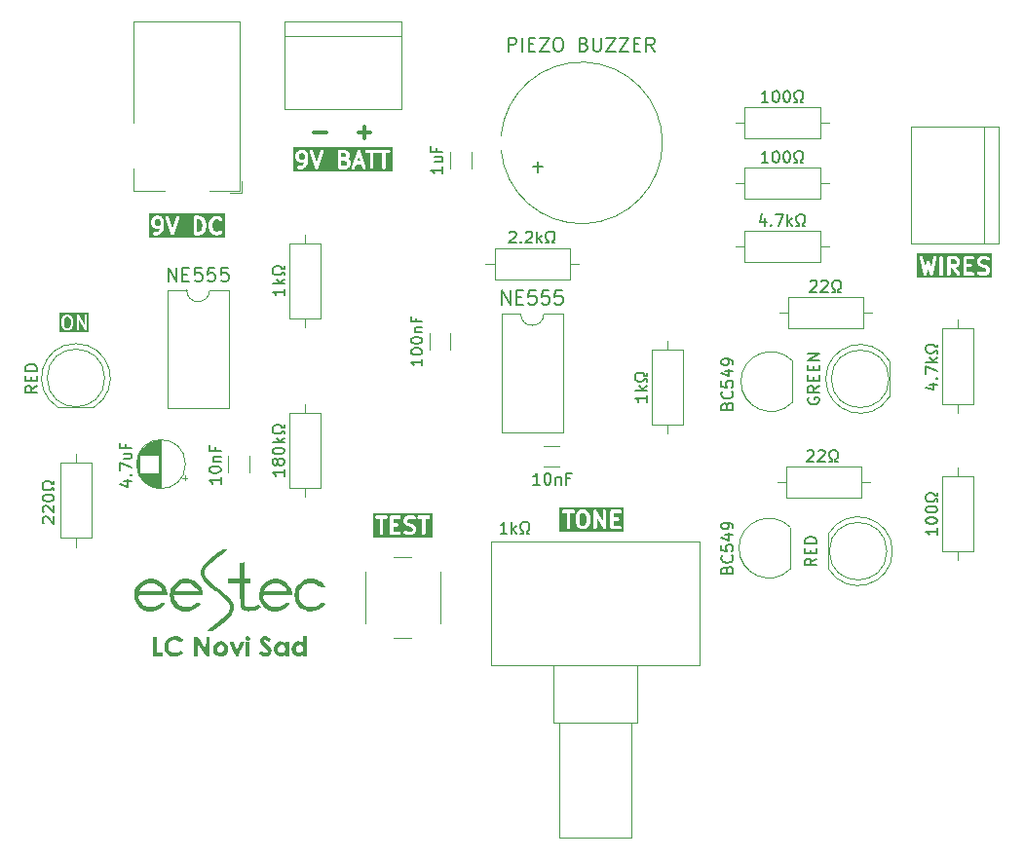
<source format=gbr>
%TF.GenerationSoftware,KiCad,Pcbnew,7.0.7*%
%TF.CreationDate,2024-02-27T23:19:37+01:00*%
%TF.ProjectId,BuzzWireGame,42757a7a-5769-4726-9547-616d652e6b69,v1.0*%
%TF.SameCoordinates,Original*%
%TF.FileFunction,Legend,Top*%
%TF.FilePolarity,Positive*%
%FSLAX46Y46*%
G04 Gerber Fmt 4.6, Leading zero omitted, Abs format (unit mm)*
G04 Created by KiCad (PCBNEW 7.0.7) date 2024-02-27 23:19:37*
%MOMM*%
%LPD*%
G01*
G04 APERTURE LIST*
%ADD10C,0.200000*%
%ADD11C,0.150000*%
%ADD12C,0.300000*%
%ADD13C,0.120000*%
G04 APERTURE END LIST*
D10*
X149042857Y-73587600D02*
X149957143Y-73587600D01*
X149500000Y-74044742D02*
X149500000Y-73130457D01*
D11*
X173704819Y-107642857D02*
X173228628Y-107976190D01*
X173704819Y-108214285D02*
X172704819Y-108214285D01*
X172704819Y-108214285D02*
X172704819Y-107833333D01*
X172704819Y-107833333D02*
X172752438Y-107738095D01*
X172752438Y-107738095D02*
X172800057Y-107690476D01*
X172800057Y-107690476D02*
X172895295Y-107642857D01*
X172895295Y-107642857D02*
X173038152Y-107642857D01*
X173038152Y-107642857D02*
X173133390Y-107690476D01*
X173133390Y-107690476D02*
X173181009Y-107738095D01*
X173181009Y-107738095D02*
X173228628Y-107833333D01*
X173228628Y-107833333D02*
X173228628Y-108214285D01*
X173181009Y-107214285D02*
X173181009Y-106880952D01*
X173704819Y-106738095D02*
X173704819Y-107214285D01*
X173704819Y-107214285D02*
X172704819Y-107214285D01*
X172704819Y-107214285D02*
X172704819Y-106738095D01*
X173704819Y-106309523D02*
X172704819Y-106309523D01*
X172704819Y-106309523D02*
X172704819Y-106071428D01*
X172704819Y-106071428D02*
X172752438Y-105928571D01*
X172752438Y-105928571D02*
X172847676Y-105833333D01*
X172847676Y-105833333D02*
X172942914Y-105785714D01*
X172942914Y-105785714D02*
X173133390Y-105738095D01*
X173133390Y-105738095D02*
X173276247Y-105738095D01*
X173276247Y-105738095D02*
X173466723Y-105785714D01*
X173466723Y-105785714D02*
X173561961Y-105833333D01*
X173561961Y-105833333D02*
X173657200Y-105928571D01*
X173657200Y-105928571D02*
X173704819Y-106071428D01*
X173704819Y-106071428D02*
X173704819Y-106309523D01*
D10*
X146400000Y-85544742D02*
X146400000Y-84344742D01*
X146400000Y-84344742D02*
X147085714Y-85544742D01*
X147085714Y-85544742D02*
X147085714Y-84344742D01*
X147657143Y-84916171D02*
X148057143Y-84916171D01*
X148228571Y-85544742D02*
X147657143Y-85544742D01*
X147657143Y-85544742D02*
X147657143Y-84344742D01*
X147657143Y-84344742D02*
X148228571Y-84344742D01*
X149314285Y-84344742D02*
X148742857Y-84344742D01*
X148742857Y-84344742D02*
X148685714Y-84916171D01*
X148685714Y-84916171D02*
X148742857Y-84859028D01*
X148742857Y-84859028D02*
X148857143Y-84801885D01*
X148857143Y-84801885D02*
X149142857Y-84801885D01*
X149142857Y-84801885D02*
X149257143Y-84859028D01*
X149257143Y-84859028D02*
X149314285Y-84916171D01*
X149314285Y-84916171D02*
X149371428Y-85030457D01*
X149371428Y-85030457D02*
X149371428Y-85316171D01*
X149371428Y-85316171D02*
X149314285Y-85430457D01*
X149314285Y-85430457D02*
X149257143Y-85487600D01*
X149257143Y-85487600D02*
X149142857Y-85544742D01*
X149142857Y-85544742D02*
X148857143Y-85544742D01*
X148857143Y-85544742D02*
X148742857Y-85487600D01*
X148742857Y-85487600D02*
X148685714Y-85430457D01*
X150457142Y-84344742D02*
X149885714Y-84344742D01*
X149885714Y-84344742D02*
X149828571Y-84916171D01*
X149828571Y-84916171D02*
X149885714Y-84859028D01*
X149885714Y-84859028D02*
X150000000Y-84801885D01*
X150000000Y-84801885D02*
X150285714Y-84801885D01*
X150285714Y-84801885D02*
X150400000Y-84859028D01*
X150400000Y-84859028D02*
X150457142Y-84916171D01*
X150457142Y-84916171D02*
X150514285Y-85030457D01*
X150514285Y-85030457D02*
X150514285Y-85316171D01*
X150514285Y-85316171D02*
X150457142Y-85430457D01*
X150457142Y-85430457D02*
X150400000Y-85487600D01*
X150400000Y-85487600D02*
X150285714Y-85544742D01*
X150285714Y-85544742D02*
X150000000Y-85544742D01*
X150000000Y-85544742D02*
X149885714Y-85487600D01*
X149885714Y-85487600D02*
X149828571Y-85430457D01*
X151599999Y-84344742D02*
X151028571Y-84344742D01*
X151028571Y-84344742D02*
X150971428Y-84916171D01*
X150971428Y-84916171D02*
X151028571Y-84859028D01*
X151028571Y-84859028D02*
X151142857Y-84801885D01*
X151142857Y-84801885D02*
X151428571Y-84801885D01*
X151428571Y-84801885D02*
X151542857Y-84859028D01*
X151542857Y-84859028D02*
X151599999Y-84916171D01*
X151599999Y-84916171D02*
X151657142Y-85030457D01*
X151657142Y-85030457D02*
X151657142Y-85316171D01*
X151657142Y-85316171D02*
X151599999Y-85430457D01*
X151599999Y-85430457D02*
X151542857Y-85487600D01*
X151542857Y-85487600D02*
X151428571Y-85544742D01*
X151428571Y-85544742D02*
X151142857Y-85544742D01*
X151142857Y-85544742D02*
X151028571Y-85487600D01*
X151028571Y-85487600D02*
X150971428Y-85430457D01*
D11*
X173002438Y-93666666D02*
X172954819Y-93761904D01*
X172954819Y-93761904D02*
X172954819Y-93904761D01*
X172954819Y-93904761D02*
X173002438Y-94047618D01*
X173002438Y-94047618D02*
X173097676Y-94142856D01*
X173097676Y-94142856D02*
X173192914Y-94190475D01*
X173192914Y-94190475D02*
X173383390Y-94238094D01*
X173383390Y-94238094D02*
X173526247Y-94238094D01*
X173526247Y-94238094D02*
X173716723Y-94190475D01*
X173716723Y-94190475D02*
X173811961Y-94142856D01*
X173811961Y-94142856D02*
X173907200Y-94047618D01*
X173907200Y-94047618D02*
X173954819Y-93904761D01*
X173954819Y-93904761D02*
X173954819Y-93809523D01*
X173954819Y-93809523D02*
X173907200Y-93666666D01*
X173907200Y-93666666D02*
X173859580Y-93619047D01*
X173859580Y-93619047D02*
X173526247Y-93619047D01*
X173526247Y-93619047D02*
X173526247Y-93809523D01*
X173954819Y-92619047D02*
X173478628Y-92952380D01*
X173954819Y-93190475D02*
X172954819Y-93190475D01*
X172954819Y-93190475D02*
X172954819Y-92809523D01*
X172954819Y-92809523D02*
X173002438Y-92714285D01*
X173002438Y-92714285D02*
X173050057Y-92666666D01*
X173050057Y-92666666D02*
X173145295Y-92619047D01*
X173145295Y-92619047D02*
X173288152Y-92619047D01*
X173288152Y-92619047D02*
X173383390Y-92666666D01*
X173383390Y-92666666D02*
X173431009Y-92714285D01*
X173431009Y-92714285D02*
X173478628Y-92809523D01*
X173478628Y-92809523D02*
X173478628Y-93190475D01*
X173431009Y-92190475D02*
X173431009Y-91857142D01*
X173954819Y-91714285D02*
X173954819Y-92190475D01*
X173954819Y-92190475D02*
X172954819Y-92190475D01*
X172954819Y-92190475D02*
X172954819Y-91714285D01*
X173431009Y-91285713D02*
X173431009Y-90952380D01*
X173954819Y-90809523D02*
X173954819Y-91285713D01*
X173954819Y-91285713D02*
X172954819Y-91285713D01*
X172954819Y-91285713D02*
X172954819Y-90809523D01*
X173954819Y-90380951D02*
X172954819Y-90380951D01*
X172954819Y-90380951D02*
X173954819Y-89809523D01*
X173954819Y-89809523D02*
X172954819Y-89809523D01*
D10*
X117370000Y-83544742D02*
X117370000Y-82344742D01*
X117370000Y-82344742D02*
X118055714Y-83544742D01*
X118055714Y-83544742D02*
X118055714Y-82344742D01*
X118627143Y-82916171D02*
X119027143Y-82916171D01*
X119198571Y-83544742D02*
X118627143Y-83544742D01*
X118627143Y-83544742D02*
X118627143Y-82344742D01*
X118627143Y-82344742D02*
X119198571Y-82344742D01*
X120284285Y-82344742D02*
X119712857Y-82344742D01*
X119712857Y-82344742D02*
X119655714Y-82916171D01*
X119655714Y-82916171D02*
X119712857Y-82859028D01*
X119712857Y-82859028D02*
X119827143Y-82801885D01*
X119827143Y-82801885D02*
X120112857Y-82801885D01*
X120112857Y-82801885D02*
X120227143Y-82859028D01*
X120227143Y-82859028D02*
X120284285Y-82916171D01*
X120284285Y-82916171D02*
X120341428Y-83030457D01*
X120341428Y-83030457D02*
X120341428Y-83316171D01*
X120341428Y-83316171D02*
X120284285Y-83430457D01*
X120284285Y-83430457D02*
X120227143Y-83487600D01*
X120227143Y-83487600D02*
X120112857Y-83544742D01*
X120112857Y-83544742D02*
X119827143Y-83544742D01*
X119827143Y-83544742D02*
X119712857Y-83487600D01*
X119712857Y-83487600D02*
X119655714Y-83430457D01*
X121427142Y-82344742D02*
X120855714Y-82344742D01*
X120855714Y-82344742D02*
X120798571Y-82916171D01*
X120798571Y-82916171D02*
X120855714Y-82859028D01*
X120855714Y-82859028D02*
X120970000Y-82801885D01*
X120970000Y-82801885D02*
X121255714Y-82801885D01*
X121255714Y-82801885D02*
X121370000Y-82859028D01*
X121370000Y-82859028D02*
X121427142Y-82916171D01*
X121427142Y-82916171D02*
X121484285Y-83030457D01*
X121484285Y-83030457D02*
X121484285Y-83316171D01*
X121484285Y-83316171D02*
X121427142Y-83430457D01*
X121427142Y-83430457D02*
X121370000Y-83487600D01*
X121370000Y-83487600D02*
X121255714Y-83544742D01*
X121255714Y-83544742D02*
X120970000Y-83544742D01*
X120970000Y-83544742D02*
X120855714Y-83487600D01*
X120855714Y-83487600D02*
X120798571Y-83430457D01*
X122569999Y-82344742D02*
X121998571Y-82344742D01*
X121998571Y-82344742D02*
X121941428Y-82916171D01*
X121941428Y-82916171D02*
X121998571Y-82859028D01*
X121998571Y-82859028D02*
X122112857Y-82801885D01*
X122112857Y-82801885D02*
X122398571Y-82801885D01*
X122398571Y-82801885D02*
X122512857Y-82859028D01*
X122512857Y-82859028D02*
X122569999Y-82916171D01*
X122569999Y-82916171D02*
X122627142Y-83030457D01*
X122627142Y-83030457D02*
X122627142Y-83316171D01*
X122627142Y-83316171D02*
X122569999Y-83430457D01*
X122569999Y-83430457D02*
X122512857Y-83487600D01*
X122512857Y-83487600D02*
X122398571Y-83544742D01*
X122398571Y-83544742D02*
X122112857Y-83544742D01*
X122112857Y-83544742D02*
X121998571Y-83487600D01*
X121998571Y-83487600D02*
X121941428Y-83430457D01*
D12*
X130033333Y-70598733D02*
X131100000Y-70598733D01*
X133900000Y-70598733D02*
X134966667Y-70598733D01*
X134433333Y-71132066D02*
X134433333Y-70065400D01*
D11*
X127454819Y-99892857D02*
X127454819Y-100464285D01*
X127454819Y-100178571D02*
X126454819Y-100178571D01*
X126454819Y-100178571D02*
X126597676Y-100273809D01*
X126597676Y-100273809D02*
X126692914Y-100369047D01*
X126692914Y-100369047D02*
X126740533Y-100464285D01*
X126883390Y-99321428D02*
X126835771Y-99416666D01*
X126835771Y-99416666D02*
X126788152Y-99464285D01*
X126788152Y-99464285D02*
X126692914Y-99511904D01*
X126692914Y-99511904D02*
X126645295Y-99511904D01*
X126645295Y-99511904D02*
X126550057Y-99464285D01*
X126550057Y-99464285D02*
X126502438Y-99416666D01*
X126502438Y-99416666D02*
X126454819Y-99321428D01*
X126454819Y-99321428D02*
X126454819Y-99130952D01*
X126454819Y-99130952D02*
X126502438Y-99035714D01*
X126502438Y-99035714D02*
X126550057Y-98988095D01*
X126550057Y-98988095D02*
X126645295Y-98940476D01*
X126645295Y-98940476D02*
X126692914Y-98940476D01*
X126692914Y-98940476D02*
X126788152Y-98988095D01*
X126788152Y-98988095D02*
X126835771Y-99035714D01*
X126835771Y-99035714D02*
X126883390Y-99130952D01*
X126883390Y-99130952D02*
X126883390Y-99321428D01*
X126883390Y-99321428D02*
X126931009Y-99416666D01*
X126931009Y-99416666D02*
X126978628Y-99464285D01*
X126978628Y-99464285D02*
X127073866Y-99511904D01*
X127073866Y-99511904D02*
X127264342Y-99511904D01*
X127264342Y-99511904D02*
X127359580Y-99464285D01*
X127359580Y-99464285D02*
X127407200Y-99416666D01*
X127407200Y-99416666D02*
X127454819Y-99321428D01*
X127454819Y-99321428D02*
X127454819Y-99130952D01*
X127454819Y-99130952D02*
X127407200Y-99035714D01*
X127407200Y-99035714D02*
X127359580Y-98988095D01*
X127359580Y-98988095D02*
X127264342Y-98940476D01*
X127264342Y-98940476D02*
X127073866Y-98940476D01*
X127073866Y-98940476D02*
X126978628Y-98988095D01*
X126978628Y-98988095D02*
X126931009Y-99035714D01*
X126931009Y-99035714D02*
X126883390Y-99130952D01*
X126454819Y-98321428D02*
X126454819Y-98226190D01*
X126454819Y-98226190D02*
X126502438Y-98130952D01*
X126502438Y-98130952D02*
X126550057Y-98083333D01*
X126550057Y-98083333D02*
X126645295Y-98035714D01*
X126645295Y-98035714D02*
X126835771Y-97988095D01*
X126835771Y-97988095D02*
X127073866Y-97988095D01*
X127073866Y-97988095D02*
X127264342Y-98035714D01*
X127264342Y-98035714D02*
X127359580Y-98083333D01*
X127359580Y-98083333D02*
X127407200Y-98130952D01*
X127407200Y-98130952D02*
X127454819Y-98226190D01*
X127454819Y-98226190D02*
X127454819Y-98321428D01*
X127454819Y-98321428D02*
X127407200Y-98416666D01*
X127407200Y-98416666D02*
X127359580Y-98464285D01*
X127359580Y-98464285D02*
X127264342Y-98511904D01*
X127264342Y-98511904D02*
X127073866Y-98559523D01*
X127073866Y-98559523D02*
X126835771Y-98559523D01*
X126835771Y-98559523D02*
X126645295Y-98511904D01*
X126645295Y-98511904D02*
X126550057Y-98464285D01*
X126550057Y-98464285D02*
X126502438Y-98416666D01*
X126502438Y-98416666D02*
X126454819Y-98321428D01*
X127454819Y-97559523D02*
X126454819Y-97559523D01*
X127073866Y-97464285D02*
X127454819Y-97178571D01*
X126788152Y-97178571D02*
X127169104Y-97559523D01*
X127454819Y-96797618D02*
X127454819Y-96559523D01*
X127454819Y-96559523D02*
X127264342Y-96559523D01*
X127264342Y-96559523D02*
X127216723Y-96654761D01*
X127216723Y-96654761D02*
X127121485Y-96749999D01*
X127121485Y-96749999D02*
X126978628Y-96797618D01*
X126978628Y-96797618D02*
X126740533Y-96797618D01*
X126740533Y-96797618D02*
X126597676Y-96749999D01*
X126597676Y-96749999D02*
X126502438Y-96654761D01*
X126502438Y-96654761D02*
X126454819Y-96511904D01*
X126454819Y-96511904D02*
X126454819Y-96321428D01*
X126454819Y-96321428D02*
X126502438Y-96178571D01*
X126502438Y-96178571D02*
X126597676Y-96083333D01*
X126597676Y-96083333D02*
X126740533Y-96035714D01*
X126740533Y-96035714D02*
X126978628Y-96035714D01*
X126978628Y-96035714D02*
X127121485Y-96083333D01*
X127121485Y-96083333D02*
X127216723Y-96178571D01*
X127216723Y-96178571D02*
X127264342Y-96273809D01*
X127264342Y-96273809D02*
X127454819Y-96273809D01*
X127454819Y-96273809D02*
X127454819Y-96035714D01*
D10*
G36*
X108790762Y-86644070D02*
G01*
X108873989Y-86727297D01*
X108921428Y-86917052D01*
X108921428Y-87292432D01*
X108873989Y-87482188D01*
X108790762Y-87565414D01*
X108712107Y-87604742D01*
X108530749Y-87604742D01*
X108452093Y-87565414D01*
X108368866Y-87482187D01*
X108321428Y-87292432D01*
X108321428Y-86917051D01*
X108368866Y-86727297D01*
X108452093Y-86644070D01*
X108530749Y-86604742D01*
X108712106Y-86604742D01*
X108790762Y-86644070D01*
G37*
G36*
X110492857Y-87976171D02*
G01*
X107949999Y-87976171D01*
X107949999Y-87304742D01*
X108121428Y-87304742D01*
X108125274Y-87316579D01*
X108124414Y-87328996D01*
X108181557Y-87557568D01*
X108195729Y-87580216D01*
X108207860Y-87604025D01*
X108322146Y-87718311D01*
X108336589Y-87725670D01*
X108348136Y-87737043D01*
X108462421Y-87794185D01*
X108485218Y-87797618D01*
X108507142Y-87804742D01*
X108735714Y-87804742D01*
X108757637Y-87797618D01*
X108780435Y-87794185D01*
X108894720Y-87737043D01*
X108906267Y-87725669D01*
X108920710Y-87718311D01*
X108934279Y-87704742D01*
X109435714Y-87704742D01*
X109454812Y-87763521D01*
X109504812Y-87799848D01*
X109566616Y-87799848D01*
X109616616Y-87763521D01*
X109635714Y-87704742D01*
X109635714Y-86881298D01*
X110134604Y-87754356D01*
X110138781Y-87758151D01*
X110140526Y-87763521D01*
X110161324Y-87778632D01*
X110180348Y-87795915D01*
X110185959Y-87796530D01*
X110190526Y-87799848D01*
X110216229Y-87799848D01*
X110241783Y-87802649D01*
X110246685Y-87799848D01*
X110252330Y-87799848D01*
X110273129Y-87784736D01*
X110295444Y-87771985D01*
X110297762Y-87766839D01*
X110302330Y-87763521D01*
X110310273Y-87739074D01*
X110320833Y-87715638D01*
X110319683Y-87710110D01*
X110321428Y-87704742D01*
X110321428Y-86504742D01*
X110302330Y-86445963D01*
X110252330Y-86409636D01*
X110190526Y-86409636D01*
X110140526Y-86445963D01*
X110121428Y-86504742D01*
X110121428Y-87328185D01*
X109622538Y-86455128D01*
X109618360Y-86451332D01*
X109616616Y-86445963D01*
X109595817Y-86430851D01*
X109576794Y-86413569D01*
X109571182Y-86412953D01*
X109566616Y-86409636D01*
X109540913Y-86409636D01*
X109515359Y-86406835D01*
X109510457Y-86409636D01*
X109504812Y-86409636D01*
X109484012Y-86424747D01*
X109461698Y-86437499D01*
X109459379Y-86442644D01*
X109454812Y-86445963D01*
X109446868Y-86470409D01*
X109436309Y-86493846D01*
X109437458Y-86499373D01*
X109435714Y-86504742D01*
X109435714Y-87704742D01*
X108934279Y-87704742D01*
X109034996Y-87604025D01*
X109047129Y-87580213D01*
X109061299Y-87557568D01*
X109118442Y-87328995D01*
X109117581Y-87316579D01*
X109121428Y-87304742D01*
X109121428Y-86904742D01*
X109117581Y-86892904D01*
X109118442Y-86880489D01*
X109061299Y-86651917D01*
X109047129Y-86629271D01*
X109034996Y-86605460D01*
X108920710Y-86491174D01*
X108906267Y-86483815D01*
X108894721Y-86472443D01*
X108780436Y-86415299D01*
X108757637Y-86411865D01*
X108735714Y-86404742D01*
X108507142Y-86404742D01*
X108485218Y-86411865D01*
X108462421Y-86415299D01*
X108348135Y-86472442D01*
X108336587Y-86483815D01*
X108322146Y-86491174D01*
X108207860Y-86605460D01*
X108195729Y-86629268D01*
X108181557Y-86651917D01*
X108124414Y-86880488D01*
X108125274Y-86892904D01*
X108121428Y-86904742D01*
X108121428Y-87304742D01*
X107949999Y-87304742D01*
X107949999Y-86233313D01*
X110492857Y-86233313D01*
X110492857Y-87976171D01*
G37*
D11*
X172916667Y-98300057D02*
X172964286Y-98252438D01*
X172964286Y-98252438D02*
X173059524Y-98204819D01*
X173059524Y-98204819D02*
X173297619Y-98204819D01*
X173297619Y-98204819D02*
X173392857Y-98252438D01*
X173392857Y-98252438D02*
X173440476Y-98300057D01*
X173440476Y-98300057D02*
X173488095Y-98395295D01*
X173488095Y-98395295D02*
X173488095Y-98490533D01*
X173488095Y-98490533D02*
X173440476Y-98633390D01*
X173440476Y-98633390D02*
X172869048Y-99204819D01*
X172869048Y-99204819D02*
X173488095Y-99204819D01*
X173869048Y-98300057D02*
X173916667Y-98252438D01*
X173916667Y-98252438D02*
X174011905Y-98204819D01*
X174011905Y-98204819D02*
X174250000Y-98204819D01*
X174250000Y-98204819D02*
X174345238Y-98252438D01*
X174345238Y-98252438D02*
X174392857Y-98300057D01*
X174392857Y-98300057D02*
X174440476Y-98395295D01*
X174440476Y-98395295D02*
X174440476Y-98490533D01*
X174440476Y-98490533D02*
X174392857Y-98633390D01*
X174392857Y-98633390D02*
X173821429Y-99204819D01*
X173821429Y-99204819D02*
X174440476Y-99204819D01*
X174821429Y-99204819D02*
X175059524Y-99204819D01*
X175059524Y-99204819D02*
X175059524Y-99014342D01*
X175059524Y-99014342D02*
X174964286Y-98966723D01*
X174964286Y-98966723D02*
X174869048Y-98871485D01*
X174869048Y-98871485D02*
X174821429Y-98728628D01*
X174821429Y-98728628D02*
X174821429Y-98490533D01*
X174821429Y-98490533D02*
X174869048Y-98347676D01*
X174869048Y-98347676D02*
X174964286Y-98252438D01*
X174964286Y-98252438D02*
X175107143Y-98204819D01*
X175107143Y-98204819D02*
X175297619Y-98204819D01*
X175297619Y-98204819D02*
X175440476Y-98252438D01*
X175440476Y-98252438D02*
X175535714Y-98347676D01*
X175535714Y-98347676D02*
X175583333Y-98490533D01*
X175583333Y-98490533D02*
X175583333Y-98728628D01*
X175583333Y-98728628D02*
X175535714Y-98871485D01*
X175535714Y-98871485D02*
X175440476Y-98966723D01*
X175440476Y-98966723D02*
X175345238Y-99014342D01*
X175345238Y-99014342D02*
X175345238Y-99204819D01*
X175345238Y-99204819D02*
X175583333Y-99204819D01*
X184204819Y-104988095D02*
X184204819Y-105559523D01*
X184204819Y-105273809D02*
X183204819Y-105273809D01*
X183204819Y-105273809D02*
X183347676Y-105369047D01*
X183347676Y-105369047D02*
X183442914Y-105464285D01*
X183442914Y-105464285D02*
X183490533Y-105559523D01*
X183204819Y-104369047D02*
X183204819Y-104273809D01*
X183204819Y-104273809D02*
X183252438Y-104178571D01*
X183252438Y-104178571D02*
X183300057Y-104130952D01*
X183300057Y-104130952D02*
X183395295Y-104083333D01*
X183395295Y-104083333D02*
X183585771Y-104035714D01*
X183585771Y-104035714D02*
X183823866Y-104035714D01*
X183823866Y-104035714D02*
X184014342Y-104083333D01*
X184014342Y-104083333D02*
X184109580Y-104130952D01*
X184109580Y-104130952D02*
X184157200Y-104178571D01*
X184157200Y-104178571D02*
X184204819Y-104273809D01*
X184204819Y-104273809D02*
X184204819Y-104369047D01*
X184204819Y-104369047D02*
X184157200Y-104464285D01*
X184157200Y-104464285D02*
X184109580Y-104511904D01*
X184109580Y-104511904D02*
X184014342Y-104559523D01*
X184014342Y-104559523D02*
X183823866Y-104607142D01*
X183823866Y-104607142D02*
X183585771Y-104607142D01*
X183585771Y-104607142D02*
X183395295Y-104559523D01*
X183395295Y-104559523D02*
X183300057Y-104511904D01*
X183300057Y-104511904D02*
X183252438Y-104464285D01*
X183252438Y-104464285D02*
X183204819Y-104369047D01*
X183204819Y-103416666D02*
X183204819Y-103321428D01*
X183204819Y-103321428D02*
X183252438Y-103226190D01*
X183252438Y-103226190D02*
X183300057Y-103178571D01*
X183300057Y-103178571D02*
X183395295Y-103130952D01*
X183395295Y-103130952D02*
X183585771Y-103083333D01*
X183585771Y-103083333D02*
X183823866Y-103083333D01*
X183823866Y-103083333D02*
X184014342Y-103130952D01*
X184014342Y-103130952D02*
X184109580Y-103178571D01*
X184109580Y-103178571D02*
X184157200Y-103226190D01*
X184157200Y-103226190D02*
X184204819Y-103321428D01*
X184204819Y-103321428D02*
X184204819Y-103416666D01*
X184204819Y-103416666D02*
X184157200Y-103511904D01*
X184157200Y-103511904D02*
X184109580Y-103559523D01*
X184109580Y-103559523D02*
X184014342Y-103607142D01*
X184014342Y-103607142D02*
X183823866Y-103654761D01*
X183823866Y-103654761D02*
X183585771Y-103654761D01*
X183585771Y-103654761D02*
X183395295Y-103607142D01*
X183395295Y-103607142D02*
X183300057Y-103559523D01*
X183300057Y-103559523D02*
X183252438Y-103511904D01*
X183252438Y-103511904D02*
X183204819Y-103416666D01*
X184204819Y-102702380D02*
X184204819Y-102464285D01*
X184204819Y-102464285D02*
X184014342Y-102464285D01*
X184014342Y-102464285D02*
X183966723Y-102559523D01*
X183966723Y-102559523D02*
X183871485Y-102654761D01*
X183871485Y-102654761D02*
X183728628Y-102702380D01*
X183728628Y-102702380D02*
X183490533Y-102702380D01*
X183490533Y-102702380D02*
X183347676Y-102654761D01*
X183347676Y-102654761D02*
X183252438Y-102559523D01*
X183252438Y-102559523D02*
X183204819Y-102416666D01*
X183204819Y-102416666D02*
X183204819Y-102226190D01*
X183204819Y-102226190D02*
X183252438Y-102083333D01*
X183252438Y-102083333D02*
X183347676Y-101988095D01*
X183347676Y-101988095D02*
X183490533Y-101940476D01*
X183490533Y-101940476D02*
X183728628Y-101940476D01*
X183728628Y-101940476D02*
X183871485Y-101988095D01*
X183871485Y-101988095D02*
X183966723Y-102083333D01*
X183966723Y-102083333D02*
X184014342Y-102178571D01*
X184014342Y-102178571D02*
X184204819Y-102178571D01*
X184204819Y-102178571D02*
X184204819Y-101940476D01*
X173166667Y-83550057D02*
X173214286Y-83502438D01*
X173214286Y-83502438D02*
X173309524Y-83454819D01*
X173309524Y-83454819D02*
X173547619Y-83454819D01*
X173547619Y-83454819D02*
X173642857Y-83502438D01*
X173642857Y-83502438D02*
X173690476Y-83550057D01*
X173690476Y-83550057D02*
X173738095Y-83645295D01*
X173738095Y-83645295D02*
X173738095Y-83740533D01*
X173738095Y-83740533D02*
X173690476Y-83883390D01*
X173690476Y-83883390D02*
X173119048Y-84454819D01*
X173119048Y-84454819D02*
X173738095Y-84454819D01*
X174119048Y-83550057D02*
X174166667Y-83502438D01*
X174166667Y-83502438D02*
X174261905Y-83454819D01*
X174261905Y-83454819D02*
X174500000Y-83454819D01*
X174500000Y-83454819D02*
X174595238Y-83502438D01*
X174595238Y-83502438D02*
X174642857Y-83550057D01*
X174642857Y-83550057D02*
X174690476Y-83645295D01*
X174690476Y-83645295D02*
X174690476Y-83740533D01*
X174690476Y-83740533D02*
X174642857Y-83883390D01*
X174642857Y-83883390D02*
X174071429Y-84454819D01*
X174071429Y-84454819D02*
X174690476Y-84454819D01*
X175071429Y-84454819D02*
X175309524Y-84454819D01*
X175309524Y-84454819D02*
X175309524Y-84264342D01*
X175309524Y-84264342D02*
X175214286Y-84216723D01*
X175214286Y-84216723D02*
X175119048Y-84121485D01*
X175119048Y-84121485D02*
X175071429Y-83978628D01*
X175071429Y-83978628D02*
X175071429Y-83740533D01*
X175071429Y-83740533D02*
X175119048Y-83597676D01*
X175119048Y-83597676D02*
X175214286Y-83502438D01*
X175214286Y-83502438D02*
X175357143Y-83454819D01*
X175357143Y-83454819D02*
X175547619Y-83454819D01*
X175547619Y-83454819D02*
X175690476Y-83502438D01*
X175690476Y-83502438D02*
X175785714Y-83597676D01*
X175785714Y-83597676D02*
X175833333Y-83740533D01*
X175833333Y-83740533D02*
X175833333Y-83978628D01*
X175833333Y-83978628D02*
X175785714Y-84121485D01*
X175785714Y-84121485D02*
X175690476Y-84216723D01*
X175690476Y-84216723D02*
X175595238Y-84264342D01*
X175595238Y-84264342D02*
X175595238Y-84454819D01*
X175595238Y-84454819D02*
X175833333Y-84454819D01*
D12*
G36*
X129177811Y-72422010D02*
G01*
X129210054Y-72454253D01*
X129249999Y-72534142D01*
X129249999Y-72796655D01*
X129210055Y-72876545D01*
X129177812Y-72908787D01*
X129097923Y-72948733D01*
X128902076Y-72948733D01*
X128822186Y-72908787D01*
X128789943Y-72876545D01*
X128749999Y-72796656D01*
X128749999Y-72534143D01*
X128789943Y-72454254D01*
X128822187Y-72422010D01*
X128902076Y-72382066D01*
X129097923Y-72382066D01*
X129177811Y-72422010D01*
G37*
G36*
X132852306Y-73096505D02*
G01*
X132876721Y-73120920D01*
X132916666Y-73200810D01*
X132916666Y-73329989D01*
X132876720Y-73409879D01*
X132844478Y-73442122D01*
X132764590Y-73482066D01*
X132416666Y-73482066D01*
X132416666Y-73048733D01*
X132708993Y-73048733D01*
X132852306Y-73096505D01*
G37*
G36*
X132777811Y-72422010D02*
G01*
X132810054Y-72454253D01*
X132849998Y-72534142D01*
X132849999Y-72596655D01*
X132810055Y-72676545D01*
X132777812Y-72708787D01*
X132697923Y-72748733D01*
X132416666Y-72748733D01*
X132416666Y-72382066D01*
X132697923Y-72382066D01*
X132777811Y-72422010D01*
G37*
G36*
X134058552Y-73082066D02*
G01*
X133808113Y-73082066D01*
X133933332Y-72706408D01*
X134058552Y-73082066D01*
G37*
G36*
X136883333Y-73982066D02*
G01*
X128249999Y-73982066D01*
X128249999Y-72832066D01*
X128449999Y-72832066D01*
X128458922Y-72865367D01*
X128465835Y-72899148D01*
X128532502Y-73032482D01*
X128548525Y-73050551D01*
X128560601Y-73071467D01*
X128627268Y-73138133D01*
X128648183Y-73150208D01*
X128666251Y-73166230D01*
X128799584Y-73232897D01*
X128833364Y-73239809D01*
X128866666Y-73248733D01*
X129133333Y-73248733D01*
X129166634Y-73239809D01*
X129194893Y-73234026D01*
X129194114Y-73237144D01*
X129083431Y-73403168D01*
X129044478Y-73442122D01*
X128964590Y-73482066D01*
X128733333Y-73482066D01*
X128658333Y-73502162D01*
X128603429Y-73557066D01*
X128583333Y-73632066D01*
X128603429Y-73707066D01*
X128658333Y-73761970D01*
X128733333Y-73782066D01*
X128999999Y-73782066D01*
X129033304Y-73773141D01*
X129067080Y-73766230D01*
X129200414Y-73699565D01*
X129218485Y-73683540D01*
X129239400Y-73671465D01*
X129306066Y-73604798D01*
X129313555Y-73591825D01*
X129324806Y-73581938D01*
X129458140Y-73381939D01*
X129466378Y-73357586D01*
X129478854Y-73335113D01*
X129545521Y-73068446D01*
X129545209Y-73049940D01*
X129549999Y-73032066D01*
X129549999Y-72498733D01*
X129541074Y-72465427D01*
X129534163Y-72431652D01*
X129467497Y-72298318D01*
X129451473Y-72280248D01*
X129439399Y-72259334D01*
X129382059Y-72201994D01*
X129653044Y-72201994D01*
X129657697Y-72279500D01*
X130124364Y-73679500D01*
X130140962Y-73704640D01*
X130154436Y-73731587D01*
X130162090Y-73736640D01*
X130167145Y-73744297D01*
X130194093Y-73757770D01*
X130219232Y-73774369D01*
X130228389Y-73774918D01*
X130236594Y-73779021D01*
X130266666Y-73777216D01*
X130296738Y-73779021D01*
X130304942Y-73774918D01*
X130314100Y-73774369D01*
X130339244Y-73757767D01*
X130366187Y-73744296D01*
X130371240Y-73736642D01*
X130378897Y-73731587D01*
X130392370Y-73704638D01*
X130408969Y-73679500D01*
X130424780Y-73632066D01*
X132116666Y-73632066D01*
X132136762Y-73707066D01*
X132191666Y-73761970D01*
X132266666Y-73782066D01*
X132799999Y-73782066D01*
X132833304Y-73773141D01*
X132867080Y-73766230D01*
X133000414Y-73699565D01*
X133018485Y-73683540D01*
X133039400Y-73671465D01*
X133048727Y-73662138D01*
X133319711Y-73662138D01*
X133354435Y-73731587D01*
X133419232Y-73774368D01*
X133496738Y-73779021D01*
X133566187Y-73744297D01*
X133608968Y-73679500D01*
X133708113Y-73382066D01*
X134158551Y-73382066D01*
X134257696Y-73679500D01*
X134300478Y-73744296D01*
X134369927Y-73779020D01*
X134447433Y-73774368D01*
X134512229Y-73731586D01*
X134546954Y-73662138D01*
X134542301Y-73584632D01*
X134091447Y-72232066D01*
X134516666Y-72232066D01*
X134536762Y-72307066D01*
X134591666Y-72361970D01*
X134666666Y-72382066D01*
X134916666Y-72382066D01*
X134916666Y-73632066D01*
X134936762Y-73707066D01*
X134991666Y-73761970D01*
X135066666Y-73782066D01*
X135141666Y-73761970D01*
X135196570Y-73707066D01*
X135216666Y-73632066D01*
X135216666Y-72382066D01*
X135466666Y-72382066D01*
X135541666Y-72361970D01*
X135596570Y-72307066D01*
X135599999Y-72294266D01*
X135603429Y-72307066D01*
X135658333Y-72361970D01*
X135733333Y-72382066D01*
X135983333Y-72382066D01*
X135983333Y-73632066D01*
X136003429Y-73707066D01*
X136058333Y-73761970D01*
X136133333Y-73782066D01*
X136208333Y-73761970D01*
X136263237Y-73707066D01*
X136283333Y-73632066D01*
X136283333Y-72382066D01*
X136533333Y-72382066D01*
X136608333Y-72361970D01*
X136663237Y-72307066D01*
X136683333Y-72232066D01*
X136663237Y-72157066D01*
X136608333Y-72102162D01*
X136533333Y-72082066D01*
X135733333Y-72082066D01*
X135658333Y-72102162D01*
X135603429Y-72157066D01*
X135599999Y-72169865D01*
X135596570Y-72157066D01*
X135541666Y-72102162D01*
X135466666Y-72082066D01*
X134666666Y-72082066D01*
X134591666Y-72102162D01*
X134536762Y-72157066D01*
X134516666Y-72232066D01*
X134091447Y-72232066D01*
X134075636Y-72184632D01*
X134059037Y-72159493D01*
X134045564Y-72132545D01*
X134037907Y-72127489D01*
X134032854Y-72119836D01*
X134005911Y-72106364D01*
X133980767Y-72089763D01*
X133971609Y-72089213D01*
X133963405Y-72085111D01*
X133933332Y-72086915D01*
X133903261Y-72085111D01*
X133895056Y-72089213D01*
X133885899Y-72089763D01*
X133860760Y-72106361D01*
X133833812Y-72119835D01*
X133828757Y-72127491D01*
X133821103Y-72132545D01*
X133807629Y-72159491D01*
X133791031Y-72184632D01*
X133324364Y-73584632D01*
X133319711Y-73662138D01*
X133048727Y-73662138D01*
X133106066Y-73604798D01*
X133118141Y-73583882D01*
X133134163Y-73565815D01*
X133200830Y-73432482D01*
X133207742Y-73398701D01*
X133216666Y-73365400D01*
X133216666Y-73165400D01*
X133207742Y-73132098D01*
X133200830Y-73098318D01*
X133134163Y-72964984D01*
X133118139Y-72946914D01*
X133106065Y-72926000D01*
X133043839Y-72863774D01*
X133051475Y-72850549D01*
X133067497Y-72832481D01*
X133134163Y-72699148D01*
X133141073Y-72665376D01*
X133149999Y-72632066D01*
X133149999Y-72498733D01*
X133141074Y-72465427D01*
X133134163Y-72431652D01*
X133067497Y-72298318D01*
X133051473Y-72280248D01*
X133039399Y-72259334D01*
X132972732Y-72192667D01*
X132951816Y-72180591D01*
X132933748Y-72164569D01*
X132800415Y-72097902D01*
X132766634Y-72090989D01*
X132733333Y-72082066D01*
X132266666Y-72082066D01*
X132191666Y-72102162D01*
X132136762Y-72157066D01*
X132116666Y-72232066D01*
X132116666Y-73632066D01*
X130424780Y-73632066D01*
X130875634Y-72279500D01*
X130880287Y-72201994D01*
X130845562Y-72132546D01*
X130780766Y-72089764D01*
X130703260Y-72085112D01*
X130633811Y-72119836D01*
X130591029Y-72184632D01*
X130266665Y-73157723D01*
X129942301Y-72184632D01*
X129899520Y-72119835D01*
X129830071Y-72085111D01*
X129752565Y-72089764D01*
X129687768Y-72132545D01*
X129653044Y-72201994D01*
X129382059Y-72201994D01*
X129372732Y-72192667D01*
X129351816Y-72180591D01*
X129333748Y-72164569D01*
X129200415Y-72097902D01*
X129166634Y-72090989D01*
X129133333Y-72082066D01*
X128866666Y-72082066D01*
X128833364Y-72090989D01*
X128799584Y-72097902D01*
X128666251Y-72164569D01*
X128648182Y-72180591D01*
X128627267Y-72192667D01*
X128560600Y-72259334D01*
X128548524Y-72280249D01*
X128532502Y-72298318D01*
X128465835Y-72431651D01*
X128458922Y-72465431D01*
X128449999Y-72498733D01*
X128449999Y-72832066D01*
X128249999Y-72832066D01*
X128249999Y-71882066D01*
X136883333Y-71882066D01*
X136883333Y-73982066D01*
G37*
D11*
X146809523Y-105454819D02*
X146238095Y-105454819D01*
X146523809Y-105454819D02*
X146523809Y-104454819D01*
X146523809Y-104454819D02*
X146428571Y-104597676D01*
X146428571Y-104597676D02*
X146333333Y-104692914D01*
X146333333Y-104692914D02*
X146238095Y-104740533D01*
X147238095Y-105454819D02*
X147238095Y-104454819D01*
X147333333Y-105073866D02*
X147619047Y-105454819D01*
X147619047Y-104788152D02*
X147238095Y-105169104D01*
X148000000Y-105454819D02*
X148238095Y-105454819D01*
X148238095Y-105454819D02*
X148238095Y-105264342D01*
X148238095Y-105264342D02*
X148142857Y-105216723D01*
X148142857Y-105216723D02*
X148047619Y-105121485D01*
X148047619Y-105121485D02*
X148000000Y-104978628D01*
X148000000Y-104978628D02*
X148000000Y-104740533D01*
X148000000Y-104740533D02*
X148047619Y-104597676D01*
X148047619Y-104597676D02*
X148142857Y-104502438D01*
X148142857Y-104502438D02*
X148285714Y-104454819D01*
X148285714Y-104454819D02*
X148476190Y-104454819D01*
X148476190Y-104454819D02*
X148619047Y-104502438D01*
X148619047Y-104502438D02*
X148714285Y-104597676D01*
X148714285Y-104597676D02*
X148761904Y-104740533D01*
X148761904Y-104740533D02*
X148761904Y-104978628D01*
X148761904Y-104978628D02*
X148714285Y-105121485D01*
X148714285Y-105121485D02*
X148619047Y-105216723D01*
X148619047Y-105216723D02*
X148523809Y-105264342D01*
X148523809Y-105264342D02*
X148523809Y-105454819D01*
X148523809Y-105454819D02*
X148761904Y-105454819D01*
X158954819Y-93440476D02*
X158954819Y-94011904D01*
X158954819Y-93726190D02*
X157954819Y-93726190D01*
X157954819Y-93726190D02*
X158097676Y-93821428D01*
X158097676Y-93821428D02*
X158192914Y-93916666D01*
X158192914Y-93916666D02*
X158240533Y-94011904D01*
X158954819Y-93011904D02*
X157954819Y-93011904D01*
X158573866Y-92916666D02*
X158954819Y-92630952D01*
X158288152Y-92630952D02*
X158669104Y-93011904D01*
X158954819Y-92249999D02*
X158954819Y-92011904D01*
X158954819Y-92011904D02*
X158764342Y-92011904D01*
X158764342Y-92011904D02*
X158716723Y-92107142D01*
X158716723Y-92107142D02*
X158621485Y-92202380D01*
X158621485Y-92202380D02*
X158478628Y-92249999D01*
X158478628Y-92249999D02*
X158240533Y-92249999D01*
X158240533Y-92249999D02*
X158097676Y-92202380D01*
X158097676Y-92202380D02*
X158002438Y-92107142D01*
X158002438Y-92107142D02*
X157954819Y-91964285D01*
X157954819Y-91964285D02*
X157954819Y-91773809D01*
X157954819Y-91773809D02*
X158002438Y-91630952D01*
X158002438Y-91630952D02*
X158097676Y-91535714D01*
X158097676Y-91535714D02*
X158240533Y-91488095D01*
X158240533Y-91488095D02*
X158478628Y-91488095D01*
X158478628Y-91488095D02*
X158621485Y-91535714D01*
X158621485Y-91535714D02*
X158716723Y-91630952D01*
X158716723Y-91630952D02*
X158764342Y-91726190D01*
X158764342Y-91726190D02*
X158954819Y-91726190D01*
X158954819Y-91726190D02*
X158954819Y-91488095D01*
X106550057Y-104559523D02*
X106502438Y-104511904D01*
X106502438Y-104511904D02*
X106454819Y-104416666D01*
X106454819Y-104416666D02*
X106454819Y-104178571D01*
X106454819Y-104178571D02*
X106502438Y-104083333D01*
X106502438Y-104083333D02*
X106550057Y-104035714D01*
X106550057Y-104035714D02*
X106645295Y-103988095D01*
X106645295Y-103988095D02*
X106740533Y-103988095D01*
X106740533Y-103988095D02*
X106883390Y-104035714D01*
X106883390Y-104035714D02*
X107454819Y-104607142D01*
X107454819Y-104607142D02*
X107454819Y-103988095D01*
X106550057Y-103607142D02*
X106502438Y-103559523D01*
X106502438Y-103559523D02*
X106454819Y-103464285D01*
X106454819Y-103464285D02*
X106454819Y-103226190D01*
X106454819Y-103226190D02*
X106502438Y-103130952D01*
X106502438Y-103130952D02*
X106550057Y-103083333D01*
X106550057Y-103083333D02*
X106645295Y-103035714D01*
X106645295Y-103035714D02*
X106740533Y-103035714D01*
X106740533Y-103035714D02*
X106883390Y-103083333D01*
X106883390Y-103083333D02*
X107454819Y-103654761D01*
X107454819Y-103654761D02*
X107454819Y-103035714D01*
X106454819Y-102416666D02*
X106454819Y-102321428D01*
X106454819Y-102321428D02*
X106502438Y-102226190D01*
X106502438Y-102226190D02*
X106550057Y-102178571D01*
X106550057Y-102178571D02*
X106645295Y-102130952D01*
X106645295Y-102130952D02*
X106835771Y-102083333D01*
X106835771Y-102083333D02*
X107073866Y-102083333D01*
X107073866Y-102083333D02*
X107264342Y-102130952D01*
X107264342Y-102130952D02*
X107359580Y-102178571D01*
X107359580Y-102178571D02*
X107407200Y-102226190D01*
X107407200Y-102226190D02*
X107454819Y-102321428D01*
X107454819Y-102321428D02*
X107454819Y-102416666D01*
X107454819Y-102416666D02*
X107407200Y-102511904D01*
X107407200Y-102511904D02*
X107359580Y-102559523D01*
X107359580Y-102559523D02*
X107264342Y-102607142D01*
X107264342Y-102607142D02*
X107073866Y-102654761D01*
X107073866Y-102654761D02*
X106835771Y-102654761D01*
X106835771Y-102654761D02*
X106645295Y-102607142D01*
X106645295Y-102607142D02*
X106550057Y-102559523D01*
X106550057Y-102559523D02*
X106502438Y-102511904D01*
X106502438Y-102511904D02*
X106454819Y-102416666D01*
X107454819Y-101702380D02*
X107454819Y-101464285D01*
X107454819Y-101464285D02*
X107264342Y-101464285D01*
X107264342Y-101464285D02*
X107216723Y-101559523D01*
X107216723Y-101559523D02*
X107121485Y-101654761D01*
X107121485Y-101654761D02*
X106978628Y-101702380D01*
X106978628Y-101702380D02*
X106740533Y-101702380D01*
X106740533Y-101702380D02*
X106597676Y-101654761D01*
X106597676Y-101654761D02*
X106502438Y-101559523D01*
X106502438Y-101559523D02*
X106454819Y-101416666D01*
X106454819Y-101416666D02*
X106454819Y-101226190D01*
X106454819Y-101226190D02*
X106502438Y-101083333D01*
X106502438Y-101083333D02*
X106597676Y-100988095D01*
X106597676Y-100988095D02*
X106740533Y-100940476D01*
X106740533Y-100940476D02*
X106978628Y-100940476D01*
X106978628Y-100940476D02*
X107121485Y-100988095D01*
X107121485Y-100988095D02*
X107216723Y-101083333D01*
X107216723Y-101083333D02*
X107264342Y-101178571D01*
X107264342Y-101178571D02*
X107454819Y-101178571D01*
X107454819Y-101178571D02*
X107454819Y-100940476D01*
D12*
G36*
X140333333Y-105782066D02*
G01*
X135166666Y-105782066D01*
X135166666Y-104032066D01*
X135366666Y-104032066D01*
X135386762Y-104107066D01*
X135441666Y-104161970D01*
X135516666Y-104182066D01*
X135766666Y-104182066D01*
X135766666Y-105432066D01*
X135786762Y-105507066D01*
X135841666Y-105561970D01*
X135916666Y-105582066D01*
X135991666Y-105561970D01*
X136046570Y-105507066D01*
X136066666Y-105432066D01*
X136633333Y-105432066D01*
X136653429Y-105507066D01*
X136708333Y-105561970D01*
X136783333Y-105582066D01*
X137450000Y-105582066D01*
X137525000Y-105561970D01*
X137579904Y-105507066D01*
X137600000Y-105432066D01*
X137579904Y-105357066D01*
X137525000Y-105302162D01*
X137450000Y-105282066D01*
X136933333Y-105282066D01*
X136933333Y-104848733D01*
X137250000Y-104848733D01*
X137325000Y-104828637D01*
X137379904Y-104773733D01*
X137400000Y-104698733D01*
X137379904Y-104623733D01*
X137325000Y-104568829D01*
X137250000Y-104548733D01*
X136933333Y-104548733D01*
X136933333Y-104432066D01*
X137833333Y-104432066D01*
X137842256Y-104465367D01*
X137849169Y-104499148D01*
X137915836Y-104632482D01*
X137931859Y-104650551D01*
X137943935Y-104671467D01*
X138010602Y-104738133D01*
X138031517Y-104750208D01*
X138049585Y-104766230D01*
X138182918Y-104832897D01*
X138199142Y-104836217D01*
X138213620Y-104844254D01*
X138464312Y-104906927D01*
X138561145Y-104955343D01*
X138593388Y-104987586D01*
X138633333Y-105067475D01*
X138633333Y-105129990D01*
X138593388Y-105209879D01*
X138561145Y-105242122D01*
X138481257Y-105282066D01*
X138207675Y-105282066D01*
X138030767Y-105223097D01*
X137953261Y-105218445D01*
X137883812Y-105253170D01*
X137841030Y-105317966D01*
X137836378Y-105395472D01*
X137871103Y-105464921D01*
X137935899Y-105507703D01*
X138135899Y-105574369D01*
X138160007Y-105575816D01*
X138183333Y-105582066D01*
X138516667Y-105582066D01*
X138549970Y-105573142D01*
X138583749Y-105566230D01*
X138717082Y-105499564D01*
X138735151Y-105483540D01*
X138756066Y-105471466D01*
X138822733Y-105404799D01*
X138834807Y-105383884D01*
X138850831Y-105365815D01*
X138917497Y-105232481D01*
X138924408Y-105198705D01*
X138933333Y-105165400D01*
X138933333Y-105032066D01*
X138924408Y-104998760D01*
X138917497Y-104964985D01*
X138850831Y-104831651D01*
X138834807Y-104813581D01*
X138822733Y-104792667D01*
X138756066Y-104726000D01*
X138735151Y-104713925D01*
X138717082Y-104697902D01*
X138583749Y-104631236D01*
X138567524Y-104627915D01*
X138553047Y-104619879D01*
X138302356Y-104557206D01*
X138205520Y-104508787D01*
X138173277Y-104476545D01*
X138133333Y-104396655D01*
X138133333Y-104334143D01*
X138173277Y-104254254D01*
X138205521Y-104222010D01*
X138285410Y-104182066D01*
X138558993Y-104182066D01*
X138735899Y-104241036D01*
X138813405Y-104245688D01*
X138882854Y-104210964D01*
X138925636Y-104146167D01*
X138930288Y-104068661D01*
X138911990Y-104032066D01*
X139033333Y-104032066D01*
X139053429Y-104107066D01*
X139108333Y-104161970D01*
X139183333Y-104182066D01*
X139433333Y-104182066D01*
X139433333Y-105432066D01*
X139453429Y-105507066D01*
X139508333Y-105561970D01*
X139583333Y-105582066D01*
X139658333Y-105561970D01*
X139713237Y-105507066D01*
X139733333Y-105432066D01*
X139733333Y-104182066D01*
X139983333Y-104182066D01*
X140058333Y-104161970D01*
X140113237Y-104107066D01*
X140133333Y-104032066D01*
X140113237Y-103957066D01*
X140058333Y-103902162D01*
X139983333Y-103882066D01*
X139183333Y-103882066D01*
X139108333Y-103902162D01*
X139053429Y-103957066D01*
X139033333Y-104032066D01*
X138911990Y-104032066D01*
X138895564Y-103999213D01*
X138830768Y-103956431D01*
X138630767Y-103889764D01*
X138606661Y-103888316D01*
X138583333Y-103882066D01*
X138250000Y-103882066D01*
X138216698Y-103890989D01*
X138182918Y-103897902D01*
X138049585Y-103964569D01*
X138031516Y-103980591D01*
X138010601Y-103992667D01*
X137943934Y-104059334D01*
X137931858Y-104080249D01*
X137915836Y-104098318D01*
X137849169Y-104231651D01*
X137842256Y-104265431D01*
X137833333Y-104298733D01*
X137833333Y-104432066D01*
X136933333Y-104432066D01*
X136933333Y-104182066D01*
X137450000Y-104182066D01*
X137525000Y-104161970D01*
X137579904Y-104107066D01*
X137600000Y-104032066D01*
X137579904Y-103957066D01*
X137525000Y-103902162D01*
X137450000Y-103882066D01*
X136783333Y-103882066D01*
X136708333Y-103902162D01*
X136653429Y-103957066D01*
X136633333Y-104032066D01*
X136633333Y-105432066D01*
X136066666Y-105432066D01*
X136066666Y-104182066D01*
X136316666Y-104182066D01*
X136391666Y-104161970D01*
X136446570Y-104107066D01*
X136466666Y-104032066D01*
X136446570Y-103957066D01*
X136391666Y-103902162D01*
X136316666Y-103882066D01*
X135516666Y-103882066D01*
X135441666Y-103902162D01*
X135386762Y-103957066D01*
X135366666Y-104032066D01*
X135166666Y-104032066D01*
X135166666Y-103682066D01*
X140333333Y-103682066D01*
X140333333Y-105782066D01*
G37*
D11*
X165931009Y-94357142D02*
X165978628Y-94214285D01*
X165978628Y-94214285D02*
X166026247Y-94166666D01*
X166026247Y-94166666D02*
X166121485Y-94119047D01*
X166121485Y-94119047D02*
X166264342Y-94119047D01*
X166264342Y-94119047D02*
X166359580Y-94166666D01*
X166359580Y-94166666D02*
X166407200Y-94214285D01*
X166407200Y-94214285D02*
X166454819Y-94309523D01*
X166454819Y-94309523D02*
X166454819Y-94690475D01*
X166454819Y-94690475D02*
X165454819Y-94690475D01*
X165454819Y-94690475D02*
X165454819Y-94357142D01*
X165454819Y-94357142D02*
X165502438Y-94261904D01*
X165502438Y-94261904D02*
X165550057Y-94214285D01*
X165550057Y-94214285D02*
X165645295Y-94166666D01*
X165645295Y-94166666D02*
X165740533Y-94166666D01*
X165740533Y-94166666D02*
X165835771Y-94214285D01*
X165835771Y-94214285D02*
X165883390Y-94261904D01*
X165883390Y-94261904D02*
X165931009Y-94357142D01*
X165931009Y-94357142D02*
X165931009Y-94690475D01*
X166359580Y-93119047D02*
X166407200Y-93166666D01*
X166407200Y-93166666D02*
X166454819Y-93309523D01*
X166454819Y-93309523D02*
X166454819Y-93404761D01*
X166454819Y-93404761D02*
X166407200Y-93547618D01*
X166407200Y-93547618D02*
X166311961Y-93642856D01*
X166311961Y-93642856D02*
X166216723Y-93690475D01*
X166216723Y-93690475D02*
X166026247Y-93738094D01*
X166026247Y-93738094D02*
X165883390Y-93738094D01*
X165883390Y-93738094D02*
X165692914Y-93690475D01*
X165692914Y-93690475D02*
X165597676Y-93642856D01*
X165597676Y-93642856D02*
X165502438Y-93547618D01*
X165502438Y-93547618D02*
X165454819Y-93404761D01*
X165454819Y-93404761D02*
X165454819Y-93309523D01*
X165454819Y-93309523D02*
X165502438Y-93166666D01*
X165502438Y-93166666D02*
X165550057Y-93119047D01*
X165454819Y-92214285D02*
X165454819Y-92690475D01*
X165454819Y-92690475D02*
X165931009Y-92738094D01*
X165931009Y-92738094D02*
X165883390Y-92690475D01*
X165883390Y-92690475D02*
X165835771Y-92595237D01*
X165835771Y-92595237D02*
X165835771Y-92357142D01*
X165835771Y-92357142D02*
X165883390Y-92261904D01*
X165883390Y-92261904D02*
X165931009Y-92214285D01*
X165931009Y-92214285D02*
X166026247Y-92166666D01*
X166026247Y-92166666D02*
X166264342Y-92166666D01*
X166264342Y-92166666D02*
X166359580Y-92214285D01*
X166359580Y-92214285D02*
X166407200Y-92261904D01*
X166407200Y-92261904D02*
X166454819Y-92357142D01*
X166454819Y-92357142D02*
X166454819Y-92595237D01*
X166454819Y-92595237D02*
X166407200Y-92690475D01*
X166407200Y-92690475D02*
X166359580Y-92738094D01*
X165788152Y-91309523D02*
X166454819Y-91309523D01*
X165407200Y-91547618D02*
X166121485Y-91785713D01*
X166121485Y-91785713D02*
X166121485Y-91166666D01*
X166454819Y-90738094D02*
X166454819Y-90547618D01*
X166454819Y-90547618D02*
X166407200Y-90452380D01*
X166407200Y-90452380D02*
X166359580Y-90404761D01*
X166359580Y-90404761D02*
X166216723Y-90309523D01*
X166216723Y-90309523D02*
X166026247Y-90261904D01*
X166026247Y-90261904D02*
X165645295Y-90261904D01*
X165645295Y-90261904D02*
X165550057Y-90309523D01*
X165550057Y-90309523D02*
X165502438Y-90357142D01*
X165502438Y-90357142D02*
X165454819Y-90452380D01*
X165454819Y-90452380D02*
X165454819Y-90642856D01*
X165454819Y-90642856D02*
X165502438Y-90738094D01*
X165502438Y-90738094D02*
X165550057Y-90785713D01*
X165550057Y-90785713D02*
X165645295Y-90833332D01*
X165645295Y-90833332D02*
X165883390Y-90833332D01*
X165883390Y-90833332D02*
X165978628Y-90785713D01*
X165978628Y-90785713D02*
X166026247Y-90738094D01*
X166026247Y-90738094D02*
X166073866Y-90642856D01*
X166073866Y-90642856D02*
X166073866Y-90452380D01*
X166073866Y-90452380D02*
X166026247Y-90357142D01*
X166026247Y-90357142D02*
X165978628Y-90309523D01*
X165978628Y-90309523D02*
X165883390Y-90261904D01*
X147023810Y-79300057D02*
X147071429Y-79252438D01*
X147071429Y-79252438D02*
X147166667Y-79204819D01*
X147166667Y-79204819D02*
X147404762Y-79204819D01*
X147404762Y-79204819D02*
X147500000Y-79252438D01*
X147500000Y-79252438D02*
X147547619Y-79300057D01*
X147547619Y-79300057D02*
X147595238Y-79395295D01*
X147595238Y-79395295D02*
X147595238Y-79490533D01*
X147595238Y-79490533D02*
X147547619Y-79633390D01*
X147547619Y-79633390D02*
X146976191Y-80204819D01*
X146976191Y-80204819D02*
X147595238Y-80204819D01*
X148023810Y-80109580D02*
X148071429Y-80157200D01*
X148071429Y-80157200D02*
X148023810Y-80204819D01*
X148023810Y-80204819D02*
X147976191Y-80157200D01*
X147976191Y-80157200D02*
X148023810Y-80109580D01*
X148023810Y-80109580D02*
X148023810Y-80204819D01*
X148452381Y-79300057D02*
X148500000Y-79252438D01*
X148500000Y-79252438D02*
X148595238Y-79204819D01*
X148595238Y-79204819D02*
X148833333Y-79204819D01*
X148833333Y-79204819D02*
X148928571Y-79252438D01*
X148928571Y-79252438D02*
X148976190Y-79300057D01*
X148976190Y-79300057D02*
X149023809Y-79395295D01*
X149023809Y-79395295D02*
X149023809Y-79490533D01*
X149023809Y-79490533D02*
X148976190Y-79633390D01*
X148976190Y-79633390D02*
X148404762Y-80204819D01*
X148404762Y-80204819D02*
X149023809Y-80204819D01*
X149452381Y-80204819D02*
X149452381Y-79204819D01*
X149547619Y-79823866D02*
X149833333Y-80204819D01*
X149833333Y-79538152D02*
X149452381Y-79919104D01*
X150214286Y-80204819D02*
X150452381Y-80204819D01*
X150452381Y-80204819D02*
X150452381Y-80014342D01*
X150452381Y-80014342D02*
X150357143Y-79966723D01*
X150357143Y-79966723D02*
X150261905Y-79871485D01*
X150261905Y-79871485D02*
X150214286Y-79728628D01*
X150214286Y-79728628D02*
X150214286Y-79490533D01*
X150214286Y-79490533D02*
X150261905Y-79347676D01*
X150261905Y-79347676D02*
X150357143Y-79252438D01*
X150357143Y-79252438D02*
X150500000Y-79204819D01*
X150500000Y-79204819D02*
X150690476Y-79204819D01*
X150690476Y-79204819D02*
X150833333Y-79252438D01*
X150833333Y-79252438D02*
X150928571Y-79347676D01*
X150928571Y-79347676D02*
X150976190Y-79490533D01*
X150976190Y-79490533D02*
X150976190Y-79728628D01*
X150976190Y-79728628D02*
X150928571Y-79871485D01*
X150928571Y-79871485D02*
X150833333Y-79966723D01*
X150833333Y-79966723D02*
X150738095Y-80014342D01*
X150738095Y-80014342D02*
X150738095Y-80204819D01*
X150738095Y-80204819D02*
X150976190Y-80204819D01*
X169511904Y-67954819D02*
X168940476Y-67954819D01*
X169226190Y-67954819D02*
X169226190Y-66954819D01*
X169226190Y-66954819D02*
X169130952Y-67097676D01*
X169130952Y-67097676D02*
X169035714Y-67192914D01*
X169035714Y-67192914D02*
X168940476Y-67240533D01*
X170130952Y-66954819D02*
X170226190Y-66954819D01*
X170226190Y-66954819D02*
X170321428Y-67002438D01*
X170321428Y-67002438D02*
X170369047Y-67050057D01*
X170369047Y-67050057D02*
X170416666Y-67145295D01*
X170416666Y-67145295D02*
X170464285Y-67335771D01*
X170464285Y-67335771D02*
X170464285Y-67573866D01*
X170464285Y-67573866D02*
X170416666Y-67764342D01*
X170416666Y-67764342D02*
X170369047Y-67859580D01*
X170369047Y-67859580D02*
X170321428Y-67907200D01*
X170321428Y-67907200D02*
X170226190Y-67954819D01*
X170226190Y-67954819D02*
X170130952Y-67954819D01*
X170130952Y-67954819D02*
X170035714Y-67907200D01*
X170035714Y-67907200D02*
X169988095Y-67859580D01*
X169988095Y-67859580D02*
X169940476Y-67764342D01*
X169940476Y-67764342D02*
X169892857Y-67573866D01*
X169892857Y-67573866D02*
X169892857Y-67335771D01*
X169892857Y-67335771D02*
X169940476Y-67145295D01*
X169940476Y-67145295D02*
X169988095Y-67050057D01*
X169988095Y-67050057D02*
X170035714Y-67002438D01*
X170035714Y-67002438D02*
X170130952Y-66954819D01*
X171083333Y-66954819D02*
X171178571Y-66954819D01*
X171178571Y-66954819D02*
X171273809Y-67002438D01*
X171273809Y-67002438D02*
X171321428Y-67050057D01*
X171321428Y-67050057D02*
X171369047Y-67145295D01*
X171369047Y-67145295D02*
X171416666Y-67335771D01*
X171416666Y-67335771D02*
X171416666Y-67573866D01*
X171416666Y-67573866D02*
X171369047Y-67764342D01*
X171369047Y-67764342D02*
X171321428Y-67859580D01*
X171321428Y-67859580D02*
X171273809Y-67907200D01*
X171273809Y-67907200D02*
X171178571Y-67954819D01*
X171178571Y-67954819D02*
X171083333Y-67954819D01*
X171083333Y-67954819D02*
X170988095Y-67907200D01*
X170988095Y-67907200D02*
X170940476Y-67859580D01*
X170940476Y-67859580D02*
X170892857Y-67764342D01*
X170892857Y-67764342D02*
X170845238Y-67573866D01*
X170845238Y-67573866D02*
X170845238Y-67335771D01*
X170845238Y-67335771D02*
X170892857Y-67145295D01*
X170892857Y-67145295D02*
X170940476Y-67050057D01*
X170940476Y-67050057D02*
X170988095Y-67002438D01*
X170988095Y-67002438D02*
X171083333Y-66954819D01*
X171797619Y-67954819D02*
X172035714Y-67954819D01*
X172035714Y-67954819D02*
X172035714Y-67764342D01*
X172035714Y-67764342D02*
X171940476Y-67716723D01*
X171940476Y-67716723D02*
X171845238Y-67621485D01*
X171845238Y-67621485D02*
X171797619Y-67478628D01*
X171797619Y-67478628D02*
X171797619Y-67240533D01*
X171797619Y-67240533D02*
X171845238Y-67097676D01*
X171845238Y-67097676D02*
X171940476Y-67002438D01*
X171940476Y-67002438D02*
X172083333Y-66954819D01*
X172083333Y-66954819D02*
X172273809Y-66954819D01*
X172273809Y-66954819D02*
X172416666Y-67002438D01*
X172416666Y-67002438D02*
X172511904Y-67097676D01*
X172511904Y-67097676D02*
X172559523Y-67240533D01*
X172559523Y-67240533D02*
X172559523Y-67478628D01*
X172559523Y-67478628D02*
X172511904Y-67621485D01*
X172511904Y-67621485D02*
X172416666Y-67716723D01*
X172416666Y-67716723D02*
X172321428Y-67764342D01*
X172321428Y-67764342D02*
X172321428Y-67954819D01*
X172321428Y-67954819D02*
X172559523Y-67954819D01*
X169250000Y-78038152D02*
X169250000Y-78704819D01*
X169011905Y-77657200D02*
X168773810Y-78371485D01*
X168773810Y-78371485D02*
X169392857Y-78371485D01*
X169773810Y-78609580D02*
X169821429Y-78657200D01*
X169821429Y-78657200D02*
X169773810Y-78704819D01*
X169773810Y-78704819D02*
X169726191Y-78657200D01*
X169726191Y-78657200D02*
X169773810Y-78609580D01*
X169773810Y-78609580D02*
X169773810Y-78704819D01*
X170154762Y-77704819D02*
X170821428Y-77704819D01*
X170821428Y-77704819D02*
X170392857Y-78704819D01*
X171202381Y-78704819D02*
X171202381Y-77704819D01*
X171297619Y-78323866D02*
X171583333Y-78704819D01*
X171583333Y-78038152D02*
X171202381Y-78419104D01*
X171964286Y-78704819D02*
X172202381Y-78704819D01*
X172202381Y-78704819D02*
X172202381Y-78514342D01*
X172202381Y-78514342D02*
X172107143Y-78466723D01*
X172107143Y-78466723D02*
X172011905Y-78371485D01*
X172011905Y-78371485D02*
X171964286Y-78228628D01*
X171964286Y-78228628D02*
X171964286Y-77990533D01*
X171964286Y-77990533D02*
X172011905Y-77847676D01*
X172011905Y-77847676D02*
X172107143Y-77752438D01*
X172107143Y-77752438D02*
X172250000Y-77704819D01*
X172250000Y-77704819D02*
X172440476Y-77704819D01*
X172440476Y-77704819D02*
X172583333Y-77752438D01*
X172583333Y-77752438D02*
X172678571Y-77847676D01*
X172678571Y-77847676D02*
X172726190Y-77990533D01*
X172726190Y-77990533D02*
X172726190Y-78228628D01*
X172726190Y-78228628D02*
X172678571Y-78371485D01*
X172678571Y-78371485D02*
X172583333Y-78466723D01*
X172583333Y-78466723D02*
X172488095Y-78514342D01*
X172488095Y-78514342D02*
X172488095Y-78704819D01*
X172488095Y-78704819D02*
X172726190Y-78704819D01*
X113538152Y-100904761D02*
X114204819Y-100904761D01*
X113157200Y-101142856D02*
X113871485Y-101380951D01*
X113871485Y-101380951D02*
X113871485Y-100761904D01*
X114109580Y-100380951D02*
X114157200Y-100333332D01*
X114157200Y-100333332D02*
X114204819Y-100380951D01*
X114204819Y-100380951D02*
X114157200Y-100428570D01*
X114157200Y-100428570D02*
X114109580Y-100380951D01*
X114109580Y-100380951D02*
X114204819Y-100380951D01*
X113204819Y-99999999D02*
X113204819Y-99333333D01*
X113204819Y-99333333D02*
X114204819Y-99761904D01*
X113538152Y-98523809D02*
X114204819Y-98523809D01*
X113538152Y-98952380D02*
X114061961Y-98952380D01*
X114061961Y-98952380D02*
X114157200Y-98904761D01*
X114157200Y-98904761D02*
X114204819Y-98809523D01*
X114204819Y-98809523D02*
X114204819Y-98666666D01*
X114204819Y-98666666D02*
X114157200Y-98571428D01*
X114157200Y-98571428D02*
X114109580Y-98523809D01*
X113681009Y-97714285D02*
X113681009Y-98047618D01*
X114204819Y-98047618D02*
X113204819Y-98047618D01*
X113204819Y-98047618D02*
X113204819Y-97571428D01*
X121954819Y-100571428D02*
X121954819Y-101142856D01*
X121954819Y-100857142D02*
X120954819Y-100857142D01*
X120954819Y-100857142D02*
X121097676Y-100952380D01*
X121097676Y-100952380D02*
X121192914Y-101047618D01*
X121192914Y-101047618D02*
X121240533Y-101142856D01*
X120954819Y-99952380D02*
X120954819Y-99857142D01*
X120954819Y-99857142D02*
X121002438Y-99761904D01*
X121002438Y-99761904D02*
X121050057Y-99714285D01*
X121050057Y-99714285D02*
X121145295Y-99666666D01*
X121145295Y-99666666D02*
X121335771Y-99619047D01*
X121335771Y-99619047D02*
X121573866Y-99619047D01*
X121573866Y-99619047D02*
X121764342Y-99666666D01*
X121764342Y-99666666D02*
X121859580Y-99714285D01*
X121859580Y-99714285D02*
X121907200Y-99761904D01*
X121907200Y-99761904D02*
X121954819Y-99857142D01*
X121954819Y-99857142D02*
X121954819Y-99952380D01*
X121954819Y-99952380D02*
X121907200Y-100047618D01*
X121907200Y-100047618D02*
X121859580Y-100095237D01*
X121859580Y-100095237D02*
X121764342Y-100142856D01*
X121764342Y-100142856D02*
X121573866Y-100190475D01*
X121573866Y-100190475D02*
X121335771Y-100190475D01*
X121335771Y-100190475D02*
X121145295Y-100142856D01*
X121145295Y-100142856D02*
X121050057Y-100095237D01*
X121050057Y-100095237D02*
X121002438Y-100047618D01*
X121002438Y-100047618D02*
X120954819Y-99952380D01*
X121288152Y-99190475D02*
X121954819Y-99190475D01*
X121383390Y-99190475D02*
X121335771Y-99142856D01*
X121335771Y-99142856D02*
X121288152Y-99047618D01*
X121288152Y-99047618D02*
X121288152Y-98904761D01*
X121288152Y-98904761D02*
X121335771Y-98809523D01*
X121335771Y-98809523D02*
X121431009Y-98761904D01*
X121431009Y-98761904D02*
X121954819Y-98761904D01*
X121431009Y-97952380D02*
X121431009Y-98285713D01*
X121954819Y-98285713D02*
X120954819Y-98285713D01*
X120954819Y-98285713D02*
X120954819Y-97809523D01*
X183538152Y-92499999D02*
X184204819Y-92499999D01*
X183157200Y-92738094D02*
X183871485Y-92976189D01*
X183871485Y-92976189D02*
X183871485Y-92357142D01*
X184109580Y-91976189D02*
X184157200Y-91928570D01*
X184157200Y-91928570D02*
X184204819Y-91976189D01*
X184204819Y-91976189D02*
X184157200Y-92023808D01*
X184157200Y-92023808D02*
X184109580Y-91976189D01*
X184109580Y-91976189D02*
X184204819Y-91976189D01*
X183204819Y-91595237D02*
X183204819Y-90928571D01*
X183204819Y-90928571D02*
X184204819Y-91357142D01*
X184204819Y-90547618D02*
X183204819Y-90547618D01*
X183823866Y-90452380D02*
X184204819Y-90166666D01*
X183538152Y-90166666D02*
X183919104Y-90547618D01*
X184204819Y-89785713D02*
X184204819Y-89547618D01*
X184204819Y-89547618D02*
X184014342Y-89547618D01*
X184014342Y-89547618D02*
X183966723Y-89642856D01*
X183966723Y-89642856D02*
X183871485Y-89738094D01*
X183871485Y-89738094D02*
X183728628Y-89785713D01*
X183728628Y-89785713D02*
X183490533Y-89785713D01*
X183490533Y-89785713D02*
X183347676Y-89738094D01*
X183347676Y-89738094D02*
X183252438Y-89642856D01*
X183252438Y-89642856D02*
X183204819Y-89499999D01*
X183204819Y-89499999D02*
X183204819Y-89309523D01*
X183204819Y-89309523D02*
X183252438Y-89166666D01*
X183252438Y-89166666D02*
X183347676Y-89071428D01*
X183347676Y-89071428D02*
X183490533Y-89023809D01*
X183490533Y-89023809D02*
X183728628Y-89023809D01*
X183728628Y-89023809D02*
X183871485Y-89071428D01*
X183871485Y-89071428D02*
X183966723Y-89166666D01*
X183966723Y-89166666D02*
X184014342Y-89261904D01*
X184014342Y-89261904D02*
X184204819Y-89261904D01*
X184204819Y-89261904D02*
X184204819Y-89023809D01*
D10*
X146935714Y-63544742D02*
X146935714Y-62344742D01*
X146935714Y-62344742D02*
X147392857Y-62344742D01*
X147392857Y-62344742D02*
X147507142Y-62401885D01*
X147507142Y-62401885D02*
X147564285Y-62459028D01*
X147564285Y-62459028D02*
X147621428Y-62573314D01*
X147621428Y-62573314D02*
X147621428Y-62744742D01*
X147621428Y-62744742D02*
X147564285Y-62859028D01*
X147564285Y-62859028D02*
X147507142Y-62916171D01*
X147507142Y-62916171D02*
X147392857Y-62973314D01*
X147392857Y-62973314D02*
X146935714Y-62973314D01*
X148135714Y-63544742D02*
X148135714Y-62344742D01*
X148707143Y-62916171D02*
X149107143Y-62916171D01*
X149278571Y-63544742D02*
X148707143Y-63544742D01*
X148707143Y-63544742D02*
X148707143Y-62344742D01*
X148707143Y-62344742D02*
X149278571Y-62344742D01*
X149678571Y-62344742D02*
X150478571Y-62344742D01*
X150478571Y-62344742D02*
X149678571Y-63544742D01*
X149678571Y-63544742D02*
X150478571Y-63544742D01*
X151164285Y-62344742D02*
X151392857Y-62344742D01*
X151392857Y-62344742D02*
X151507142Y-62401885D01*
X151507142Y-62401885D02*
X151621428Y-62516171D01*
X151621428Y-62516171D02*
X151678571Y-62744742D01*
X151678571Y-62744742D02*
X151678571Y-63144742D01*
X151678571Y-63144742D02*
X151621428Y-63373314D01*
X151621428Y-63373314D02*
X151507142Y-63487600D01*
X151507142Y-63487600D02*
X151392857Y-63544742D01*
X151392857Y-63544742D02*
X151164285Y-63544742D01*
X151164285Y-63544742D02*
X151050000Y-63487600D01*
X151050000Y-63487600D02*
X150935714Y-63373314D01*
X150935714Y-63373314D02*
X150878571Y-63144742D01*
X150878571Y-63144742D02*
X150878571Y-62744742D01*
X150878571Y-62744742D02*
X150935714Y-62516171D01*
X150935714Y-62516171D02*
X151050000Y-62401885D01*
X151050000Y-62401885D02*
X151164285Y-62344742D01*
X153507143Y-62916171D02*
X153678571Y-62973314D01*
X153678571Y-62973314D02*
X153735714Y-63030457D01*
X153735714Y-63030457D02*
X153792857Y-63144742D01*
X153792857Y-63144742D02*
X153792857Y-63316171D01*
X153792857Y-63316171D02*
X153735714Y-63430457D01*
X153735714Y-63430457D02*
X153678571Y-63487600D01*
X153678571Y-63487600D02*
X153564286Y-63544742D01*
X153564286Y-63544742D02*
X153107143Y-63544742D01*
X153107143Y-63544742D02*
X153107143Y-62344742D01*
X153107143Y-62344742D02*
X153507143Y-62344742D01*
X153507143Y-62344742D02*
X153621429Y-62401885D01*
X153621429Y-62401885D02*
X153678571Y-62459028D01*
X153678571Y-62459028D02*
X153735714Y-62573314D01*
X153735714Y-62573314D02*
X153735714Y-62687600D01*
X153735714Y-62687600D02*
X153678571Y-62801885D01*
X153678571Y-62801885D02*
X153621429Y-62859028D01*
X153621429Y-62859028D02*
X153507143Y-62916171D01*
X153507143Y-62916171D02*
X153107143Y-62916171D01*
X154307143Y-62344742D02*
X154307143Y-63316171D01*
X154307143Y-63316171D02*
X154364286Y-63430457D01*
X154364286Y-63430457D02*
X154421429Y-63487600D01*
X154421429Y-63487600D02*
X154535714Y-63544742D01*
X154535714Y-63544742D02*
X154764286Y-63544742D01*
X154764286Y-63544742D02*
X154878571Y-63487600D01*
X154878571Y-63487600D02*
X154935714Y-63430457D01*
X154935714Y-63430457D02*
X154992857Y-63316171D01*
X154992857Y-63316171D02*
X154992857Y-62344742D01*
X155450000Y-62344742D02*
X156250000Y-62344742D01*
X156250000Y-62344742D02*
X155450000Y-63544742D01*
X155450000Y-63544742D02*
X156250000Y-63544742D01*
X156592857Y-62344742D02*
X157392857Y-62344742D01*
X157392857Y-62344742D02*
X156592857Y-63544742D01*
X156592857Y-63544742D02*
X157392857Y-63544742D01*
X157850000Y-62916171D02*
X158250000Y-62916171D01*
X158421428Y-63544742D02*
X157850000Y-63544742D01*
X157850000Y-63544742D02*
X157850000Y-62344742D01*
X157850000Y-62344742D02*
X158421428Y-62344742D01*
X159621428Y-63544742D02*
X159221428Y-62973314D01*
X158935714Y-63544742D02*
X158935714Y-62344742D01*
X158935714Y-62344742D02*
X159392857Y-62344742D01*
X159392857Y-62344742D02*
X159507142Y-62401885D01*
X159507142Y-62401885D02*
X159564285Y-62459028D01*
X159564285Y-62459028D02*
X159621428Y-62573314D01*
X159621428Y-62573314D02*
X159621428Y-62744742D01*
X159621428Y-62744742D02*
X159564285Y-62859028D01*
X159564285Y-62859028D02*
X159507142Y-62916171D01*
X159507142Y-62916171D02*
X159392857Y-62973314D01*
X159392857Y-62973314D02*
X158935714Y-62973314D01*
D12*
G36*
X185794479Y-81672010D02*
G01*
X185826721Y-81704253D01*
X185866667Y-81784143D01*
X185866667Y-81913322D01*
X185826721Y-81993212D01*
X185794479Y-82025455D01*
X185714590Y-82065400D01*
X185366667Y-82065400D01*
X185366667Y-81632066D01*
X185714590Y-81632066D01*
X185794479Y-81672010D01*
G37*
G36*
X188966667Y-83232066D02*
G01*
X182470746Y-83232066D01*
X182470746Y-81516809D01*
X182670746Y-81516809D01*
X183004079Y-82916809D01*
X183005155Y-82918800D01*
X183005158Y-82921062D01*
X183023545Y-82952823D01*
X183041000Y-82985114D01*
X183042926Y-82986299D01*
X183044061Y-82988259D01*
X183075883Y-83006580D01*
X183107128Y-83025808D01*
X183109389Y-83025871D01*
X183111351Y-83027001D01*
X183148074Y-83026957D01*
X183184743Y-83027986D01*
X183186732Y-83026910D01*
X183188996Y-83026908D01*
X183220775Y-83008509D01*
X183253049Y-82991065D01*
X183254234Y-82989139D01*
X183256193Y-82988005D01*
X183274504Y-82956200D01*
X183293743Y-82924938D01*
X183293806Y-82922675D01*
X183294935Y-82920715D01*
X183416666Y-82464221D01*
X183538398Y-82920715D01*
X183539526Y-82922675D01*
X183539590Y-82924938D01*
X183558832Y-82956207D01*
X183577140Y-82988005D01*
X183579097Y-82989138D01*
X183580284Y-82991066D01*
X183612569Y-83008517D01*
X183644337Y-83026909D01*
X183646600Y-83026911D01*
X183648590Y-83027987D01*
X183685276Y-83026957D01*
X183721982Y-83027001D01*
X183723942Y-83025872D01*
X183726205Y-83025809D01*
X183757474Y-83006566D01*
X183789272Y-82988259D01*
X183790405Y-82986301D01*
X183792333Y-82985115D01*
X183809784Y-82952829D01*
X183828176Y-82921062D01*
X183828178Y-82918798D01*
X183829254Y-82916809D01*
X183837526Y-82882066D01*
X184400000Y-82882066D01*
X184420096Y-82957066D01*
X184475000Y-83011970D01*
X184550000Y-83032066D01*
X184625000Y-83011970D01*
X184679904Y-82957066D01*
X184700000Y-82882066D01*
X185066667Y-82882066D01*
X185086763Y-82957066D01*
X185141667Y-83011970D01*
X185216667Y-83032066D01*
X185291667Y-83011970D01*
X185346571Y-82957066D01*
X185366667Y-82882066D01*
X185366667Y-82365400D01*
X185471902Y-82365400D01*
X185893782Y-82968085D01*
X185953255Y-83018003D01*
X186029720Y-83031497D01*
X186102686Y-83004951D01*
X186152604Y-82945478D01*
X186163794Y-82882066D01*
X186466667Y-82882066D01*
X186486763Y-82957066D01*
X186541667Y-83011970D01*
X186616667Y-83032066D01*
X187283334Y-83032066D01*
X187358334Y-83011970D01*
X187413238Y-82957066D01*
X187433334Y-82882066D01*
X187413238Y-82807066D01*
X187358334Y-82752162D01*
X187283334Y-82732066D01*
X186766667Y-82732066D01*
X186766667Y-82298733D01*
X187083334Y-82298733D01*
X187158334Y-82278637D01*
X187213238Y-82223733D01*
X187233334Y-82148733D01*
X187213238Y-82073733D01*
X187158334Y-82018829D01*
X187083334Y-81998733D01*
X186766667Y-81998733D01*
X186766667Y-81882066D01*
X187666667Y-81882066D01*
X187675590Y-81915367D01*
X187682503Y-81949148D01*
X187749170Y-82082482D01*
X187765193Y-82100551D01*
X187777269Y-82121467D01*
X187843936Y-82188133D01*
X187864851Y-82200208D01*
X187882919Y-82216230D01*
X188016252Y-82282897D01*
X188032476Y-82286217D01*
X188046954Y-82294254D01*
X188297646Y-82356927D01*
X188394479Y-82405343D01*
X188426722Y-82437586D01*
X188466667Y-82517475D01*
X188466667Y-82579990D01*
X188426722Y-82659879D01*
X188394479Y-82692122D01*
X188314591Y-82732066D01*
X188041009Y-82732066D01*
X187864101Y-82673097D01*
X187786595Y-82668445D01*
X187717146Y-82703170D01*
X187674364Y-82767966D01*
X187669712Y-82845472D01*
X187704437Y-82914921D01*
X187769233Y-82957703D01*
X187969233Y-83024369D01*
X187993341Y-83025816D01*
X188016667Y-83032066D01*
X188350001Y-83032066D01*
X188383304Y-83023142D01*
X188417083Y-83016230D01*
X188550416Y-82949564D01*
X188568485Y-82933540D01*
X188589400Y-82921466D01*
X188656067Y-82854799D01*
X188668141Y-82833884D01*
X188684165Y-82815815D01*
X188750831Y-82682481D01*
X188757742Y-82648705D01*
X188766667Y-82615400D01*
X188766667Y-82482066D01*
X188757742Y-82448760D01*
X188750831Y-82414985D01*
X188684165Y-82281651D01*
X188668141Y-82263581D01*
X188656067Y-82242667D01*
X188589400Y-82176000D01*
X188568485Y-82163925D01*
X188550416Y-82147902D01*
X188417083Y-82081236D01*
X188400858Y-82077915D01*
X188386381Y-82069879D01*
X188135690Y-82007206D01*
X188038854Y-81958787D01*
X188006611Y-81926545D01*
X187966667Y-81846656D01*
X187966667Y-81784143D01*
X188006611Y-81704254D01*
X188038855Y-81672010D01*
X188118744Y-81632066D01*
X188392327Y-81632066D01*
X188569233Y-81691036D01*
X188646739Y-81695688D01*
X188716188Y-81660964D01*
X188758970Y-81596167D01*
X188763622Y-81518661D01*
X188728898Y-81449213D01*
X188664102Y-81406431D01*
X188464101Y-81339764D01*
X188439995Y-81338316D01*
X188416667Y-81332066D01*
X188083334Y-81332066D01*
X188050032Y-81340989D01*
X188016252Y-81347902D01*
X187882919Y-81414569D01*
X187864850Y-81430591D01*
X187843935Y-81442667D01*
X187777268Y-81509334D01*
X187765192Y-81530249D01*
X187749170Y-81548318D01*
X187682503Y-81681651D01*
X187675590Y-81715431D01*
X187666667Y-81748733D01*
X187666667Y-81882066D01*
X186766667Y-81882066D01*
X186766667Y-81632066D01*
X187283334Y-81632066D01*
X187358334Y-81611970D01*
X187413238Y-81557066D01*
X187433334Y-81482066D01*
X187413238Y-81407066D01*
X187358334Y-81352162D01*
X187283334Y-81332066D01*
X186616667Y-81332066D01*
X186541667Y-81352162D01*
X186486763Y-81407066D01*
X186466667Y-81482066D01*
X186466667Y-82882066D01*
X186163794Y-82882066D01*
X186166098Y-82869013D01*
X186139552Y-82796047D01*
X185824438Y-82345885D01*
X185950416Y-82282897D01*
X185968485Y-82266873D01*
X185989401Y-82254798D01*
X186056067Y-82188131D01*
X186068142Y-82167215D01*
X186084164Y-82149148D01*
X186150831Y-82015815D01*
X186157743Y-81982034D01*
X186166667Y-81948733D01*
X186166667Y-81748733D01*
X186157743Y-81715431D01*
X186150831Y-81681651D01*
X186084164Y-81548318D01*
X186068142Y-81530250D01*
X186056067Y-81509335D01*
X185989401Y-81442668D01*
X185968485Y-81430592D01*
X185950416Y-81414569D01*
X185817082Y-81347902D01*
X185783301Y-81340989D01*
X185750000Y-81332066D01*
X185216667Y-81332066D01*
X185141667Y-81352162D01*
X185086763Y-81407066D01*
X185066667Y-81482066D01*
X185066667Y-82882066D01*
X184700000Y-82882066D01*
X184700000Y-81482066D01*
X184679904Y-81407066D01*
X184625000Y-81352162D01*
X184550000Y-81332066D01*
X184475000Y-81352162D01*
X184420096Y-81407066D01*
X184400000Y-81482066D01*
X184400000Y-82882066D01*
X183837526Y-82882066D01*
X184162588Y-81516809D01*
X184160410Y-81439194D01*
X184119716Y-81373066D01*
X184051410Y-81336145D01*
X183973795Y-81338323D01*
X183907667Y-81379017D01*
X183870746Y-81447323D01*
X183675099Y-82269035D01*
X183561602Y-81843417D01*
X183561509Y-81843255D01*
X183561509Y-81843070D01*
X183542146Y-81809624D01*
X183522860Y-81776127D01*
X183522699Y-81776033D01*
X183522606Y-81775873D01*
X183489108Y-81756586D01*
X183455663Y-81737224D01*
X183455477Y-81737223D01*
X183455316Y-81737131D01*
X183416666Y-81737177D01*
X183378018Y-81737131D01*
X183377856Y-81737223D01*
X183377671Y-81737224D01*
X183344225Y-81756586D01*
X183310728Y-81775873D01*
X183310634Y-81776033D01*
X183310474Y-81776127D01*
X183291187Y-81809624D01*
X183271825Y-81843070D01*
X183271824Y-81843255D01*
X183271732Y-81843417D01*
X183158233Y-82269035D01*
X182962588Y-81447323D01*
X182925667Y-81379017D01*
X182859539Y-81338323D01*
X182781924Y-81336145D01*
X182713618Y-81373066D01*
X182672924Y-81439194D01*
X182670746Y-81516809D01*
X182470746Y-81516809D01*
X182470746Y-81132066D01*
X188966667Y-81132066D01*
X188966667Y-83232066D01*
G37*
D11*
X149678571Y-101204819D02*
X149107143Y-101204819D01*
X149392857Y-101204819D02*
X149392857Y-100204819D01*
X149392857Y-100204819D02*
X149297619Y-100347676D01*
X149297619Y-100347676D02*
X149202381Y-100442914D01*
X149202381Y-100442914D02*
X149107143Y-100490533D01*
X150297619Y-100204819D02*
X150392857Y-100204819D01*
X150392857Y-100204819D02*
X150488095Y-100252438D01*
X150488095Y-100252438D02*
X150535714Y-100300057D01*
X150535714Y-100300057D02*
X150583333Y-100395295D01*
X150583333Y-100395295D02*
X150630952Y-100585771D01*
X150630952Y-100585771D02*
X150630952Y-100823866D01*
X150630952Y-100823866D02*
X150583333Y-101014342D01*
X150583333Y-101014342D02*
X150535714Y-101109580D01*
X150535714Y-101109580D02*
X150488095Y-101157200D01*
X150488095Y-101157200D02*
X150392857Y-101204819D01*
X150392857Y-101204819D02*
X150297619Y-101204819D01*
X150297619Y-101204819D02*
X150202381Y-101157200D01*
X150202381Y-101157200D02*
X150154762Y-101109580D01*
X150154762Y-101109580D02*
X150107143Y-101014342D01*
X150107143Y-101014342D02*
X150059524Y-100823866D01*
X150059524Y-100823866D02*
X150059524Y-100585771D01*
X150059524Y-100585771D02*
X150107143Y-100395295D01*
X150107143Y-100395295D02*
X150154762Y-100300057D01*
X150154762Y-100300057D02*
X150202381Y-100252438D01*
X150202381Y-100252438D02*
X150297619Y-100204819D01*
X151059524Y-100538152D02*
X151059524Y-101204819D01*
X151059524Y-100633390D02*
X151107143Y-100585771D01*
X151107143Y-100585771D02*
X151202381Y-100538152D01*
X151202381Y-100538152D02*
X151345238Y-100538152D01*
X151345238Y-100538152D02*
X151440476Y-100585771D01*
X151440476Y-100585771D02*
X151488095Y-100681009D01*
X151488095Y-100681009D02*
X151488095Y-101204819D01*
X152297619Y-100681009D02*
X151964286Y-100681009D01*
X151964286Y-101204819D02*
X151964286Y-100204819D01*
X151964286Y-100204819D02*
X152440476Y-100204819D01*
X165931009Y-108607142D02*
X165978628Y-108464285D01*
X165978628Y-108464285D02*
X166026247Y-108416666D01*
X166026247Y-108416666D02*
X166121485Y-108369047D01*
X166121485Y-108369047D02*
X166264342Y-108369047D01*
X166264342Y-108369047D02*
X166359580Y-108416666D01*
X166359580Y-108416666D02*
X166407200Y-108464285D01*
X166407200Y-108464285D02*
X166454819Y-108559523D01*
X166454819Y-108559523D02*
X166454819Y-108940475D01*
X166454819Y-108940475D02*
X165454819Y-108940475D01*
X165454819Y-108940475D02*
X165454819Y-108607142D01*
X165454819Y-108607142D02*
X165502438Y-108511904D01*
X165502438Y-108511904D02*
X165550057Y-108464285D01*
X165550057Y-108464285D02*
X165645295Y-108416666D01*
X165645295Y-108416666D02*
X165740533Y-108416666D01*
X165740533Y-108416666D02*
X165835771Y-108464285D01*
X165835771Y-108464285D02*
X165883390Y-108511904D01*
X165883390Y-108511904D02*
X165931009Y-108607142D01*
X165931009Y-108607142D02*
X165931009Y-108940475D01*
X166359580Y-107369047D02*
X166407200Y-107416666D01*
X166407200Y-107416666D02*
X166454819Y-107559523D01*
X166454819Y-107559523D02*
X166454819Y-107654761D01*
X166454819Y-107654761D02*
X166407200Y-107797618D01*
X166407200Y-107797618D02*
X166311961Y-107892856D01*
X166311961Y-107892856D02*
X166216723Y-107940475D01*
X166216723Y-107940475D02*
X166026247Y-107988094D01*
X166026247Y-107988094D02*
X165883390Y-107988094D01*
X165883390Y-107988094D02*
X165692914Y-107940475D01*
X165692914Y-107940475D02*
X165597676Y-107892856D01*
X165597676Y-107892856D02*
X165502438Y-107797618D01*
X165502438Y-107797618D02*
X165454819Y-107654761D01*
X165454819Y-107654761D02*
X165454819Y-107559523D01*
X165454819Y-107559523D02*
X165502438Y-107416666D01*
X165502438Y-107416666D02*
X165550057Y-107369047D01*
X165454819Y-106464285D02*
X165454819Y-106940475D01*
X165454819Y-106940475D02*
X165931009Y-106988094D01*
X165931009Y-106988094D02*
X165883390Y-106940475D01*
X165883390Y-106940475D02*
X165835771Y-106845237D01*
X165835771Y-106845237D02*
X165835771Y-106607142D01*
X165835771Y-106607142D02*
X165883390Y-106511904D01*
X165883390Y-106511904D02*
X165931009Y-106464285D01*
X165931009Y-106464285D02*
X166026247Y-106416666D01*
X166026247Y-106416666D02*
X166264342Y-106416666D01*
X166264342Y-106416666D02*
X166359580Y-106464285D01*
X166359580Y-106464285D02*
X166407200Y-106511904D01*
X166407200Y-106511904D02*
X166454819Y-106607142D01*
X166454819Y-106607142D02*
X166454819Y-106845237D01*
X166454819Y-106845237D02*
X166407200Y-106940475D01*
X166407200Y-106940475D02*
X166359580Y-106988094D01*
X165788152Y-105559523D02*
X166454819Y-105559523D01*
X165407200Y-105797618D02*
X166121485Y-106035713D01*
X166121485Y-106035713D02*
X166121485Y-105416666D01*
X166454819Y-104988094D02*
X166454819Y-104797618D01*
X166454819Y-104797618D02*
X166407200Y-104702380D01*
X166407200Y-104702380D02*
X166359580Y-104654761D01*
X166359580Y-104654761D02*
X166216723Y-104559523D01*
X166216723Y-104559523D02*
X166026247Y-104511904D01*
X166026247Y-104511904D02*
X165645295Y-104511904D01*
X165645295Y-104511904D02*
X165550057Y-104559523D01*
X165550057Y-104559523D02*
X165502438Y-104607142D01*
X165502438Y-104607142D02*
X165454819Y-104702380D01*
X165454819Y-104702380D02*
X165454819Y-104892856D01*
X165454819Y-104892856D02*
X165502438Y-104988094D01*
X165502438Y-104988094D02*
X165550057Y-105035713D01*
X165550057Y-105035713D02*
X165645295Y-105083332D01*
X165645295Y-105083332D02*
X165883390Y-105083332D01*
X165883390Y-105083332D02*
X165978628Y-105035713D01*
X165978628Y-105035713D02*
X166026247Y-104988094D01*
X166026247Y-104988094D02*
X166073866Y-104892856D01*
X166073866Y-104892856D02*
X166073866Y-104702380D01*
X166073866Y-104702380D02*
X166026247Y-104607142D01*
X166026247Y-104607142D02*
X165978628Y-104559523D01*
X165978628Y-104559523D02*
X165883390Y-104511904D01*
X127454819Y-84190476D02*
X127454819Y-84761904D01*
X127454819Y-84476190D02*
X126454819Y-84476190D01*
X126454819Y-84476190D02*
X126597676Y-84571428D01*
X126597676Y-84571428D02*
X126692914Y-84666666D01*
X126692914Y-84666666D02*
X126740533Y-84761904D01*
X127454819Y-83761904D02*
X126454819Y-83761904D01*
X127073866Y-83666666D02*
X127454819Y-83380952D01*
X126788152Y-83380952D02*
X127169104Y-83761904D01*
X127454819Y-82999999D02*
X127454819Y-82761904D01*
X127454819Y-82761904D02*
X127264342Y-82761904D01*
X127264342Y-82761904D02*
X127216723Y-82857142D01*
X127216723Y-82857142D02*
X127121485Y-82952380D01*
X127121485Y-82952380D02*
X126978628Y-82999999D01*
X126978628Y-82999999D02*
X126740533Y-82999999D01*
X126740533Y-82999999D02*
X126597676Y-82952380D01*
X126597676Y-82952380D02*
X126502438Y-82857142D01*
X126502438Y-82857142D02*
X126454819Y-82714285D01*
X126454819Y-82714285D02*
X126454819Y-82523809D01*
X126454819Y-82523809D02*
X126502438Y-82380952D01*
X126502438Y-82380952D02*
X126597676Y-82285714D01*
X126597676Y-82285714D02*
X126740533Y-82238095D01*
X126740533Y-82238095D02*
X126978628Y-82238095D01*
X126978628Y-82238095D02*
X127121485Y-82285714D01*
X127121485Y-82285714D02*
X127216723Y-82380952D01*
X127216723Y-82380952D02*
X127264342Y-82476190D01*
X127264342Y-82476190D02*
X127454819Y-82476190D01*
X127454819Y-82476190D02*
X127454819Y-82238095D01*
X169511904Y-73204819D02*
X168940476Y-73204819D01*
X169226190Y-73204819D02*
X169226190Y-72204819D01*
X169226190Y-72204819D02*
X169130952Y-72347676D01*
X169130952Y-72347676D02*
X169035714Y-72442914D01*
X169035714Y-72442914D02*
X168940476Y-72490533D01*
X170130952Y-72204819D02*
X170226190Y-72204819D01*
X170226190Y-72204819D02*
X170321428Y-72252438D01*
X170321428Y-72252438D02*
X170369047Y-72300057D01*
X170369047Y-72300057D02*
X170416666Y-72395295D01*
X170416666Y-72395295D02*
X170464285Y-72585771D01*
X170464285Y-72585771D02*
X170464285Y-72823866D01*
X170464285Y-72823866D02*
X170416666Y-73014342D01*
X170416666Y-73014342D02*
X170369047Y-73109580D01*
X170369047Y-73109580D02*
X170321428Y-73157200D01*
X170321428Y-73157200D02*
X170226190Y-73204819D01*
X170226190Y-73204819D02*
X170130952Y-73204819D01*
X170130952Y-73204819D02*
X170035714Y-73157200D01*
X170035714Y-73157200D02*
X169988095Y-73109580D01*
X169988095Y-73109580D02*
X169940476Y-73014342D01*
X169940476Y-73014342D02*
X169892857Y-72823866D01*
X169892857Y-72823866D02*
X169892857Y-72585771D01*
X169892857Y-72585771D02*
X169940476Y-72395295D01*
X169940476Y-72395295D02*
X169988095Y-72300057D01*
X169988095Y-72300057D02*
X170035714Y-72252438D01*
X170035714Y-72252438D02*
X170130952Y-72204819D01*
X171083333Y-72204819D02*
X171178571Y-72204819D01*
X171178571Y-72204819D02*
X171273809Y-72252438D01*
X171273809Y-72252438D02*
X171321428Y-72300057D01*
X171321428Y-72300057D02*
X171369047Y-72395295D01*
X171369047Y-72395295D02*
X171416666Y-72585771D01*
X171416666Y-72585771D02*
X171416666Y-72823866D01*
X171416666Y-72823866D02*
X171369047Y-73014342D01*
X171369047Y-73014342D02*
X171321428Y-73109580D01*
X171321428Y-73109580D02*
X171273809Y-73157200D01*
X171273809Y-73157200D02*
X171178571Y-73204819D01*
X171178571Y-73204819D02*
X171083333Y-73204819D01*
X171083333Y-73204819D02*
X170988095Y-73157200D01*
X170988095Y-73157200D02*
X170940476Y-73109580D01*
X170940476Y-73109580D02*
X170892857Y-73014342D01*
X170892857Y-73014342D02*
X170845238Y-72823866D01*
X170845238Y-72823866D02*
X170845238Y-72585771D01*
X170845238Y-72585771D02*
X170892857Y-72395295D01*
X170892857Y-72395295D02*
X170940476Y-72300057D01*
X170940476Y-72300057D02*
X170988095Y-72252438D01*
X170988095Y-72252438D02*
X171083333Y-72204819D01*
X171797619Y-73204819D02*
X172035714Y-73204819D01*
X172035714Y-73204819D02*
X172035714Y-73014342D01*
X172035714Y-73014342D02*
X171940476Y-72966723D01*
X171940476Y-72966723D02*
X171845238Y-72871485D01*
X171845238Y-72871485D02*
X171797619Y-72728628D01*
X171797619Y-72728628D02*
X171797619Y-72490533D01*
X171797619Y-72490533D02*
X171845238Y-72347676D01*
X171845238Y-72347676D02*
X171940476Y-72252438D01*
X171940476Y-72252438D02*
X172083333Y-72204819D01*
X172083333Y-72204819D02*
X172273809Y-72204819D01*
X172273809Y-72204819D02*
X172416666Y-72252438D01*
X172416666Y-72252438D02*
X172511904Y-72347676D01*
X172511904Y-72347676D02*
X172559523Y-72490533D01*
X172559523Y-72490533D02*
X172559523Y-72728628D01*
X172559523Y-72728628D02*
X172511904Y-72871485D01*
X172511904Y-72871485D02*
X172416666Y-72966723D01*
X172416666Y-72966723D02*
X172321428Y-73014342D01*
X172321428Y-73014342D02*
X172321428Y-73204819D01*
X172321428Y-73204819D02*
X172559523Y-73204819D01*
X139454819Y-90297619D02*
X139454819Y-90869047D01*
X139454819Y-90583333D02*
X138454819Y-90583333D01*
X138454819Y-90583333D02*
X138597676Y-90678571D01*
X138597676Y-90678571D02*
X138692914Y-90773809D01*
X138692914Y-90773809D02*
X138740533Y-90869047D01*
X138454819Y-89678571D02*
X138454819Y-89583333D01*
X138454819Y-89583333D02*
X138502438Y-89488095D01*
X138502438Y-89488095D02*
X138550057Y-89440476D01*
X138550057Y-89440476D02*
X138645295Y-89392857D01*
X138645295Y-89392857D02*
X138835771Y-89345238D01*
X138835771Y-89345238D02*
X139073866Y-89345238D01*
X139073866Y-89345238D02*
X139264342Y-89392857D01*
X139264342Y-89392857D02*
X139359580Y-89440476D01*
X139359580Y-89440476D02*
X139407200Y-89488095D01*
X139407200Y-89488095D02*
X139454819Y-89583333D01*
X139454819Y-89583333D02*
X139454819Y-89678571D01*
X139454819Y-89678571D02*
X139407200Y-89773809D01*
X139407200Y-89773809D02*
X139359580Y-89821428D01*
X139359580Y-89821428D02*
X139264342Y-89869047D01*
X139264342Y-89869047D02*
X139073866Y-89916666D01*
X139073866Y-89916666D02*
X138835771Y-89916666D01*
X138835771Y-89916666D02*
X138645295Y-89869047D01*
X138645295Y-89869047D02*
X138550057Y-89821428D01*
X138550057Y-89821428D02*
X138502438Y-89773809D01*
X138502438Y-89773809D02*
X138454819Y-89678571D01*
X138454819Y-88726190D02*
X138454819Y-88630952D01*
X138454819Y-88630952D02*
X138502438Y-88535714D01*
X138502438Y-88535714D02*
X138550057Y-88488095D01*
X138550057Y-88488095D02*
X138645295Y-88440476D01*
X138645295Y-88440476D02*
X138835771Y-88392857D01*
X138835771Y-88392857D02*
X139073866Y-88392857D01*
X139073866Y-88392857D02*
X139264342Y-88440476D01*
X139264342Y-88440476D02*
X139359580Y-88488095D01*
X139359580Y-88488095D02*
X139407200Y-88535714D01*
X139407200Y-88535714D02*
X139454819Y-88630952D01*
X139454819Y-88630952D02*
X139454819Y-88726190D01*
X139454819Y-88726190D02*
X139407200Y-88821428D01*
X139407200Y-88821428D02*
X139359580Y-88869047D01*
X139359580Y-88869047D02*
X139264342Y-88916666D01*
X139264342Y-88916666D02*
X139073866Y-88964285D01*
X139073866Y-88964285D02*
X138835771Y-88964285D01*
X138835771Y-88964285D02*
X138645295Y-88916666D01*
X138645295Y-88916666D02*
X138550057Y-88869047D01*
X138550057Y-88869047D02*
X138502438Y-88821428D01*
X138502438Y-88821428D02*
X138454819Y-88726190D01*
X138788152Y-87964285D02*
X139454819Y-87964285D01*
X138883390Y-87964285D02*
X138835771Y-87916666D01*
X138835771Y-87916666D02*
X138788152Y-87821428D01*
X138788152Y-87821428D02*
X138788152Y-87678571D01*
X138788152Y-87678571D02*
X138835771Y-87583333D01*
X138835771Y-87583333D02*
X138931009Y-87535714D01*
X138931009Y-87535714D02*
X139454819Y-87535714D01*
X138931009Y-86726190D02*
X138931009Y-87059523D01*
X139454819Y-87059523D02*
X138454819Y-87059523D01*
X138454819Y-87059523D02*
X138454819Y-86583333D01*
D12*
G36*
X116644478Y-78172010D02*
G01*
X116676721Y-78204253D01*
X116716666Y-78284142D01*
X116716666Y-78546655D01*
X116676722Y-78626545D01*
X116644479Y-78658787D01*
X116564590Y-78698733D01*
X116368743Y-78698733D01*
X116288853Y-78658787D01*
X116256610Y-78626545D01*
X116216665Y-78546655D01*
X116216665Y-78284143D01*
X116256610Y-78204254D01*
X116288854Y-78172010D01*
X116368743Y-78132066D01*
X116564590Y-78132066D01*
X116644478Y-78172010D01*
G37*
G36*
X120185639Y-78179838D02*
G01*
X120276722Y-78270920D01*
X120325138Y-78367756D01*
X120383333Y-78600530D01*
X120383333Y-78763601D01*
X120325138Y-78996377D01*
X120276721Y-79093212D01*
X120185639Y-79184294D01*
X120042323Y-79232066D01*
X119883333Y-79232066D01*
X119883333Y-78132066D01*
X120042326Y-78132066D01*
X120185639Y-78179838D01*
G37*
G36*
X122278222Y-79732066D02*
G01*
X115716666Y-79732066D01*
X115716666Y-78582066D01*
X115916666Y-78582066D01*
X115925589Y-78615367D01*
X115932502Y-78649148D01*
X115999169Y-78782482D01*
X116015192Y-78800551D01*
X116027268Y-78821467D01*
X116093935Y-78888133D01*
X116114850Y-78900208D01*
X116132918Y-78916230D01*
X116266251Y-78982897D01*
X116300031Y-78989809D01*
X116333333Y-78998733D01*
X116600000Y-78998733D01*
X116633301Y-78989809D01*
X116661560Y-78984026D01*
X116660781Y-78987144D01*
X116550098Y-79153168D01*
X116511145Y-79192122D01*
X116431257Y-79232066D01*
X116200000Y-79232066D01*
X116125000Y-79252162D01*
X116070096Y-79307066D01*
X116050000Y-79382066D01*
X116070096Y-79457066D01*
X116125000Y-79511970D01*
X116200000Y-79532066D01*
X116466666Y-79532066D01*
X116499971Y-79523141D01*
X116533747Y-79516230D01*
X116667081Y-79449565D01*
X116685152Y-79433540D01*
X116706067Y-79421465D01*
X116772733Y-79354798D01*
X116780222Y-79341825D01*
X116791473Y-79331938D01*
X116924807Y-79131939D01*
X116933045Y-79107586D01*
X116945521Y-79085113D01*
X117012188Y-78818446D01*
X117011876Y-78799940D01*
X117016666Y-78782066D01*
X117016666Y-78248733D01*
X117007741Y-78215427D01*
X117000830Y-78181652D01*
X116934164Y-78048318D01*
X116918140Y-78030248D01*
X116906066Y-78009334D01*
X116848726Y-77951994D01*
X117119711Y-77951994D01*
X117124364Y-78029500D01*
X117591031Y-79429500D01*
X117607629Y-79454640D01*
X117621103Y-79481587D01*
X117628757Y-79486640D01*
X117633812Y-79494297D01*
X117660760Y-79507770D01*
X117685899Y-79524369D01*
X117695056Y-79524918D01*
X117703261Y-79529021D01*
X117733333Y-79527216D01*
X117763405Y-79529021D01*
X117771609Y-79524918D01*
X117780767Y-79524369D01*
X117805911Y-79507767D01*
X117832854Y-79494296D01*
X117837907Y-79486642D01*
X117845564Y-79481587D01*
X117859037Y-79454638D01*
X117875636Y-79429500D01*
X117891447Y-79382066D01*
X119583333Y-79382066D01*
X119603429Y-79457066D01*
X119658333Y-79511970D01*
X119733333Y-79532066D01*
X120066666Y-79532066D01*
X120089991Y-79525816D01*
X120114100Y-79524369D01*
X120314099Y-79457703D01*
X120342871Y-79438706D01*
X120372732Y-79421466D01*
X120506066Y-79288132D01*
X120518140Y-79267217D01*
X120534164Y-79249148D01*
X120600830Y-79115814D01*
X120604149Y-79099590D01*
X120612187Y-79085113D01*
X120678854Y-78818447D01*
X120678542Y-78799942D01*
X120683333Y-78782066D01*
X120916666Y-78782066D01*
X120921456Y-78799942D01*
X120921145Y-78818446D01*
X120987812Y-79085113D01*
X120995848Y-79099590D01*
X120999169Y-79115815D01*
X121065836Y-79249148D01*
X121081858Y-79267217D01*
X121093934Y-79288132D01*
X121227267Y-79421466D01*
X121257126Y-79438705D01*
X121285899Y-79457703D01*
X121485899Y-79524369D01*
X121510007Y-79525816D01*
X121533333Y-79532066D01*
X121666666Y-79532066D01*
X121689991Y-79525816D01*
X121714100Y-79524369D01*
X121914099Y-79457703D01*
X121942871Y-79438706D01*
X121972732Y-79421466D01*
X122039399Y-79354799D01*
X122078222Y-79287556D01*
X122078222Y-79209910D01*
X122039399Y-79142667D01*
X121972156Y-79103844D01*
X121894510Y-79103844D01*
X121827267Y-79142667D01*
X121785639Y-79184294D01*
X121642323Y-79232066D01*
X121557675Y-79232066D01*
X121414359Y-79184294D01*
X121323277Y-79093212D01*
X121274860Y-78996377D01*
X121216666Y-78763601D01*
X121216666Y-78600531D01*
X121274860Y-78367755D01*
X121323278Y-78270919D01*
X121414361Y-78179837D01*
X121557674Y-78132066D01*
X121642326Y-78132066D01*
X121785639Y-78179838D01*
X121827267Y-78221466D01*
X121894510Y-78260289D01*
X121972156Y-78260289D01*
X122039399Y-78221466D01*
X122078222Y-78154223D01*
X122078222Y-78076577D01*
X122039399Y-78009334D01*
X121972732Y-77942667D01*
X121942871Y-77925426D01*
X121914101Y-77906431D01*
X121714100Y-77839764D01*
X121689994Y-77838316D01*
X121666666Y-77832066D01*
X121533333Y-77832066D01*
X121510007Y-77838315D01*
X121485899Y-77839763D01*
X121285899Y-77906431D01*
X121257126Y-77925427D01*
X121227267Y-77942667D01*
X121093934Y-78076000D01*
X121081859Y-78096914D01*
X121065836Y-78114984D01*
X120999169Y-78248318D01*
X120995848Y-78264542D01*
X120987812Y-78279020D01*
X120921145Y-78545685D01*
X120921456Y-78564189D01*
X120916666Y-78582066D01*
X120916666Y-78782066D01*
X120683333Y-78782066D01*
X120683333Y-78582066D01*
X120678542Y-78564189D01*
X120678854Y-78545685D01*
X120612187Y-78279019D01*
X120604149Y-78264540D01*
X120600830Y-78248318D01*
X120534164Y-78114985D01*
X120518143Y-78096917D01*
X120506066Y-78076000D01*
X120372732Y-77942667D01*
X120342874Y-77925429D01*
X120314101Y-77906431D01*
X120114100Y-77839764D01*
X120089994Y-77838316D01*
X120066666Y-77832066D01*
X119733333Y-77832066D01*
X119658333Y-77852162D01*
X119603429Y-77907066D01*
X119583333Y-77982066D01*
X119583333Y-79382066D01*
X117891447Y-79382066D01*
X118342301Y-78029500D01*
X118346954Y-77951994D01*
X118312229Y-77882546D01*
X118247433Y-77839764D01*
X118169927Y-77835112D01*
X118100478Y-77869836D01*
X118057696Y-77934632D01*
X117733332Y-78907723D01*
X117408968Y-77934632D01*
X117366187Y-77869835D01*
X117296738Y-77835111D01*
X117219232Y-77839764D01*
X117154435Y-77882545D01*
X117119711Y-77951994D01*
X116848726Y-77951994D01*
X116839399Y-77942667D01*
X116818483Y-77930591D01*
X116800415Y-77914569D01*
X116667082Y-77847902D01*
X116633301Y-77840989D01*
X116600000Y-77832066D01*
X116333333Y-77832066D01*
X116300031Y-77840989D01*
X116266251Y-77847902D01*
X116132918Y-77914569D01*
X116114849Y-77930591D01*
X116093934Y-77942667D01*
X116027267Y-78009334D01*
X116015191Y-78030249D01*
X115999169Y-78048318D01*
X115932502Y-78181651D01*
X115925589Y-78215431D01*
X115916666Y-78248733D01*
X115916666Y-78582066D01*
X115716666Y-78582066D01*
X115716666Y-77632066D01*
X122278222Y-77632066D01*
X122278222Y-79732066D01*
G37*
D11*
X141204819Y-73595238D02*
X141204819Y-74166666D01*
X141204819Y-73880952D02*
X140204819Y-73880952D01*
X140204819Y-73880952D02*
X140347676Y-73976190D01*
X140347676Y-73976190D02*
X140442914Y-74071428D01*
X140442914Y-74071428D02*
X140490533Y-74166666D01*
X140538152Y-72738095D02*
X141204819Y-72738095D01*
X140538152Y-73166666D02*
X141061961Y-73166666D01*
X141061961Y-73166666D02*
X141157200Y-73119047D01*
X141157200Y-73119047D02*
X141204819Y-73023809D01*
X141204819Y-73023809D02*
X141204819Y-72880952D01*
X141204819Y-72880952D02*
X141157200Y-72785714D01*
X141157200Y-72785714D02*
X141109580Y-72738095D01*
X140681009Y-71928571D02*
X140681009Y-72261904D01*
X141204819Y-72261904D02*
X140204819Y-72261904D01*
X140204819Y-72261904D02*
X140204819Y-71785714D01*
D12*
G36*
X153594479Y-103722011D02*
G01*
X153681222Y-103808754D01*
X153733333Y-104017197D01*
X153733333Y-104446935D01*
X153681221Y-104655378D01*
X153594478Y-104742121D01*
X153514590Y-104782066D01*
X153318743Y-104782066D01*
X153238853Y-104742122D01*
X153152110Y-104655378D01*
X153099999Y-104446934D01*
X153099999Y-104017197D01*
X153152110Y-103808753D01*
X153238853Y-103722011D01*
X153318743Y-103682066D01*
X153514589Y-103682066D01*
X153594479Y-103722011D01*
G37*
G36*
X156966667Y-105282066D02*
G01*
X151399999Y-105282066D01*
X151399999Y-103532066D01*
X151599999Y-103532066D01*
X151620095Y-103607066D01*
X151674999Y-103661970D01*
X151749999Y-103682066D01*
X151999999Y-103682066D01*
X151999999Y-104932066D01*
X152020095Y-105007066D01*
X152074999Y-105061970D01*
X152149999Y-105082066D01*
X152224999Y-105061970D01*
X152279903Y-105007066D01*
X152299999Y-104932066D01*
X152299999Y-104465400D01*
X152799999Y-104465400D01*
X152804789Y-104483276D01*
X152804478Y-104501781D01*
X152871145Y-104768446D01*
X152871777Y-104769584D01*
X152871777Y-104770888D01*
X152890581Y-104803458D01*
X152908831Y-104836333D01*
X152909948Y-104837003D01*
X152910600Y-104838132D01*
X153043933Y-104971466D01*
X153064850Y-104983543D01*
X153082918Y-104999564D01*
X153216251Y-105066230D01*
X153250022Y-105073140D01*
X153283333Y-105082066D01*
X153549999Y-105082066D01*
X153583304Y-105073141D01*
X153617080Y-105066230D01*
X153750414Y-104999565D01*
X153768484Y-104983541D01*
X153789399Y-104971466D01*
X153828799Y-104932066D01*
X154333333Y-104932066D01*
X154353429Y-105007066D01*
X154408333Y-105061970D01*
X154483333Y-105082066D01*
X154558333Y-105061970D01*
X154613237Y-105007066D01*
X154633333Y-104932066D01*
X154633333Y-104096900D01*
X155153097Y-105006487D01*
X155153339Y-105006731D01*
X155153429Y-105007066D01*
X155180649Y-105034286D01*
X155207755Y-105061635D01*
X155208089Y-105061726D01*
X155208333Y-105061970D01*
X155245433Y-105071910D01*
X155282665Y-105082065D01*
X155283000Y-105081976D01*
X155283333Y-105082066D01*
X155320432Y-105072125D01*
X155357754Y-105062303D01*
X155357999Y-105062059D01*
X155358333Y-105061970D01*
X155385497Y-105034805D01*
X155412902Y-105007644D01*
X155412993Y-105007309D01*
X155413237Y-105007066D01*
X155423177Y-104969965D01*
X155433332Y-104932734D01*
X155433243Y-104932398D01*
X155433333Y-104932066D01*
X155800000Y-104932066D01*
X155820096Y-105007066D01*
X155875000Y-105061970D01*
X155950000Y-105082066D01*
X156616667Y-105082066D01*
X156691667Y-105061970D01*
X156746571Y-105007066D01*
X156766667Y-104932066D01*
X156746571Y-104857066D01*
X156691667Y-104802162D01*
X156616667Y-104782066D01*
X156100000Y-104782066D01*
X156100000Y-104348733D01*
X156416667Y-104348733D01*
X156491667Y-104328637D01*
X156546571Y-104273733D01*
X156566667Y-104198733D01*
X156546571Y-104123733D01*
X156491667Y-104068829D01*
X156416667Y-104048733D01*
X156100000Y-104048733D01*
X156100000Y-103682066D01*
X156616667Y-103682066D01*
X156691667Y-103661970D01*
X156746571Y-103607066D01*
X156766667Y-103532066D01*
X156746571Y-103457066D01*
X156691667Y-103402162D01*
X156616667Y-103382066D01*
X155950000Y-103382066D01*
X155875000Y-103402162D01*
X155820096Y-103457066D01*
X155800000Y-103532066D01*
X155800000Y-104932066D01*
X155433333Y-104932066D01*
X155433333Y-103532066D01*
X155413237Y-103457066D01*
X155358333Y-103402162D01*
X155283333Y-103382066D01*
X155208333Y-103402162D01*
X155153429Y-103457066D01*
X155133333Y-103532066D01*
X155133333Y-104367231D01*
X154613569Y-103457645D01*
X154613326Y-103457400D01*
X154613237Y-103457066D01*
X154586016Y-103429845D01*
X154558911Y-103402497D01*
X154558576Y-103402405D01*
X154558333Y-103402162D01*
X154521232Y-103392221D01*
X154484001Y-103382067D01*
X154483665Y-103382155D01*
X154483333Y-103382066D01*
X154446127Y-103392035D01*
X154408912Y-103401830D01*
X154408667Y-103402072D01*
X154408333Y-103402162D01*
X154381112Y-103429382D01*
X154353764Y-103456488D01*
X154353672Y-103456822D01*
X154353429Y-103457066D01*
X154343488Y-103494166D01*
X154333334Y-103531398D01*
X154333422Y-103531733D01*
X154333333Y-103532066D01*
X154333333Y-104932066D01*
X153828799Y-104932066D01*
X153922732Y-104838132D01*
X153923383Y-104837003D01*
X153924501Y-104836333D01*
X153942757Y-104803446D01*
X153961555Y-104770888D01*
X153961555Y-104769585D01*
X153962187Y-104768447D01*
X154028854Y-104501781D01*
X154028542Y-104483276D01*
X154033333Y-104465400D01*
X154033333Y-103998733D01*
X154028542Y-103980856D01*
X154028854Y-103962352D01*
X153962187Y-103695686D01*
X153961555Y-103694547D01*
X153961555Y-103693243D01*
X153942742Y-103660659D01*
X153924501Y-103627799D01*
X153923383Y-103627128D01*
X153922732Y-103626000D01*
X153789399Y-103492667D01*
X153768484Y-103480592D01*
X153750415Y-103464569D01*
X153617081Y-103397902D01*
X153583300Y-103390989D01*
X153549999Y-103382066D01*
X153283333Y-103382066D01*
X153250031Y-103390989D01*
X153216251Y-103397902D01*
X153082917Y-103464569D01*
X153064847Y-103480592D01*
X153043933Y-103492667D01*
X152910600Y-103626000D01*
X152909948Y-103627128D01*
X152908831Y-103627799D01*
X152890589Y-103660659D01*
X152871777Y-103693243D01*
X152871777Y-103694547D01*
X152871145Y-103695686D01*
X152804478Y-103962353D01*
X152804789Y-103980856D01*
X152799999Y-103998733D01*
X152799999Y-104465400D01*
X152299999Y-104465400D01*
X152299999Y-103682066D01*
X152549999Y-103682066D01*
X152624999Y-103661970D01*
X152679903Y-103607066D01*
X152699999Y-103532066D01*
X152679903Y-103457066D01*
X152624999Y-103402162D01*
X152549999Y-103382066D01*
X151749999Y-103382066D01*
X151674999Y-103402162D01*
X151620095Y-103457066D01*
X151599999Y-103532066D01*
X151399999Y-103532066D01*
X151399999Y-103182066D01*
X156966667Y-103182066D01*
X156966667Y-105282066D01*
G37*
D11*
X105954819Y-92642857D02*
X105478628Y-92976190D01*
X105954819Y-93214285D02*
X104954819Y-93214285D01*
X104954819Y-93214285D02*
X104954819Y-92833333D01*
X104954819Y-92833333D02*
X105002438Y-92738095D01*
X105002438Y-92738095D02*
X105050057Y-92690476D01*
X105050057Y-92690476D02*
X105145295Y-92642857D01*
X105145295Y-92642857D02*
X105288152Y-92642857D01*
X105288152Y-92642857D02*
X105383390Y-92690476D01*
X105383390Y-92690476D02*
X105431009Y-92738095D01*
X105431009Y-92738095D02*
X105478628Y-92833333D01*
X105478628Y-92833333D02*
X105478628Y-93214285D01*
X105431009Y-92214285D02*
X105431009Y-91880952D01*
X105954819Y-91738095D02*
X105954819Y-92214285D01*
X105954819Y-92214285D02*
X104954819Y-92214285D01*
X104954819Y-92214285D02*
X104954819Y-91738095D01*
X105954819Y-91309523D02*
X104954819Y-91309523D01*
X104954819Y-91309523D02*
X104954819Y-91071428D01*
X104954819Y-91071428D02*
X105002438Y-90928571D01*
X105002438Y-90928571D02*
X105097676Y-90833333D01*
X105097676Y-90833333D02*
X105192914Y-90785714D01*
X105192914Y-90785714D02*
X105383390Y-90738095D01*
X105383390Y-90738095D02*
X105526247Y-90738095D01*
X105526247Y-90738095D02*
X105716723Y-90785714D01*
X105716723Y-90785714D02*
X105811961Y-90833333D01*
X105811961Y-90833333D02*
X105907200Y-90928571D01*
X105907200Y-90928571D02*
X105954819Y-91071428D01*
X105954819Y-91071428D02*
X105954819Y-91309523D01*
D13*
%TO.C,C5*%
X119019801Y-100625000D02*
X118619801Y-100625000D01*
X118819801Y-100825000D02*
X118819801Y-100425000D01*
X116750000Y-101510000D02*
X116750000Y-97350000D01*
X116710000Y-101510000D02*
X116710000Y-97350000D01*
X116670000Y-101509000D02*
X116670000Y-97351000D01*
X116630000Y-101507000D02*
X116630000Y-97353000D01*
X116590000Y-101504000D02*
X116590000Y-97356000D01*
X116550000Y-101501000D02*
X116550000Y-100270000D01*
X116550000Y-98590000D02*
X116550000Y-97359000D01*
X116510000Y-101497000D02*
X116510000Y-100270000D01*
X116510000Y-98590000D02*
X116510000Y-97363000D01*
X116470000Y-101492000D02*
X116470000Y-100270000D01*
X116470000Y-98590000D02*
X116470000Y-97368000D01*
X116430000Y-101486000D02*
X116430000Y-100270000D01*
X116430000Y-98590000D02*
X116430000Y-97374000D01*
X116390000Y-101480000D02*
X116390000Y-100270000D01*
X116390000Y-98590000D02*
X116390000Y-97380000D01*
X116350000Y-101472000D02*
X116350000Y-100270000D01*
X116350000Y-98590000D02*
X116350000Y-97388000D01*
X116310000Y-101464000D02*
X116310000Y-100270000D01*
X116310000Y-98590000D02*
X116310000Y-97396000D01*
X116270000Y-101455000D02*
X116270000Y-100270000D01*
X116270000Y-98590000D02*
X116270000Y-97405000D01*
X116230000Y-101446000D02*
X116230000Y-100270000D01*
X116230000Y-98590000D02*
X116230000Y-97414000D01*
X116190000Y-101435000D02*
X116190000Y-100270000D01*
X116190000Y-98590000D02*
X116190000Y-97425000D01*
X116150000Y-101424000D02*
X116150000Y-100270000D01*
X116150000Y-98590000D02*
X116150000Y-97436000D01*
X116110000Y-101412000D02*
X116110000Y-100270000D01*
X116110000Y-98590000D02*
X116110000Y-97448000D01*
X116070000Y-101398000D02*
X116070000Y-100270000D01*
X116070000Y-98590000D02*
X116070000Y-97462000D01*
X116029000Y-101384000D02*
X116029000Y-100270000D01*
X116029000Y-98590000D02*
X116029000Y-97476000D01*
X115989000Y-101370000D02*
X115989000Y-100270000D01*
X115989000Y-98590000D02*
X115989000Y-97490000D01*
X115949000Y-101354000D02*
X115949000Y-100270000D01*
X115949000Y-98590000D02*
X115949000Y-97506000D01*
X115909000Y-101337000D02*
X115909000Y-100270000D01*
X115909000Y-98590000D02*
X115909000Y-97523000D01*
X115869000Y-101319000D02*
X115869000Y-100270000D01*
X115869000Y-98590000D02*
X115869000Y-97541000D01*
X115829000Y-101300000D02*
X115829000Y-100270000D01*
X115829000Y-98590000D02*
X115829000Y-97560000D01*
X115789000Y-101281000D02*
X115789000Y-100270000D01*
X115789000Y-98590000D02*
X115789000Y-97579000D01*
X115749000Y-101260000D02*
X115749000Y-100270000D01*
X115749000Y-98590000D02*
X115749000Y-97600000D01*
X115709000Y-101238000D02*
X115709000Y-100270000D01*
X115709000Y-98590000D02*
X115709000Y-97622000D01*
X115669000Y-101215000D02*
X115669000Y-100270000D01*
X115669000Y-98590000D02*
X115669000Y-97645000D01*
X115629000Y-101190000D02*
X115629000Y-100270000D01*
X115629000Y-98590000D02*
X115629000Y-97670000D01*
X115589000Y-101165000D02*
X115589000Y-100270000D01*
X115589000Y-98590000D02*
X115589000Y-97695000D01*
X115549000Y-101138000D02*
X115549000Y-100270000D01*
X115549000Y-98590000D02*
X115549000Y-97722000D01*
X115509000Y-101110000D02*
X115509000Y-100270000D01*
X115509000Y-98590000D02*
X115509000Y-97750000D01*
X115469000Y-101080000D02*
X115469000Y-100270000D01*
X115469000Y-98590000D02*
X115469000Y-97780000D01*
X115429000Y-101049000D02*
X115429000Y-100270000D01*
X115429000Y-98590000D02*
X115429000Y-97811000D01*
X115389000Y-101017000D02*
X115389000Y-100270000D01*
X115389000Y-98590000D02*
X115389000Y-97843000D01*
X115349000Y-100982000D02*
X115349000Y-100270000D01*
X115349000Y-98590000D02*
X115349000Y-97878000D01*
X115309000Y-100946000D02*
X115309000Y-100270000D01*
X115309000Y-98590000D02*
X115309000Y-97914000D01*
X115269000Y-100908000D02*
X115269000Y-100270000D01*
X115269000Y-98590000D02*
X115269000Y-97952000D01*
X115229000Y-100868000D02*
X115229000Y-100270000D01*
X115229000Y-98590000D02*
X115229000Y-97992000D01*
X115189000Y-100826000D02*
X115189000Y-100270000D01*
X115189000Y-98590000D02*
X115189000Y-98034000D01*
X115149000Y-100781000D02*
X115149000Y-100270000D01*
X115149000Y-98590000D02*
X115149000Y-98079000D01*
X115109000Y-100734000D02*
X115109000Y-100270000D01*
X115109000Y-98590000D02*
X115109000Y-98126000D01*
X115069000Y-100684000D02*
X115069000Y-100270000D01*
X115069000Y-98590000D02*
X115069000Y-98176000D01*
X115029000Y-100630000D02*
X115029000Y-100270000D01*
X115029000Y-98590000D02*
X115029000Y-98230000D01*
X114989000Y-100572000D02*
X114989000Y-100270000D01*
X114989000Y-98590000D02*
X114989000Y-98288000D01*
X114949000Y-100510000D02*
X114949000Y-100270000D01*
X114949000Y-98590000D02*
X114949000Y-98350000D01*
X114909000Y-100443000D02*
X114909000Y-98417000D01*
X114869000Y-100370000D02*
X114869000Y-98490000D01*
X114829000Y-100289000D02*
X114829000Y-98571000D01*
X114789000Y-100198000D02*
X114789000Y-98662000D01*
X114749000Y-100094000D02*
X114749000Y-98766000D01*
X114709000Y-99967000D02*
X114709000Y-98893000D01*
X114669000Y-99800000D02*
X114669000Y-99060000D01*
X118870000Y-99430000D02*
G75*
G03*
X118870000Y-99430000I-2120000J0D01*
G01*
%TO.C,R6*%
X186000000Y-99710000D02*
X186000000Y-100480000D01*
X187370000Y-100480000D02*
X184630000Y-100480000D01*
X184630000Y-100480000D02*
X184630000Y-107020000D01*
X187370000Y-107020000D02*
X187370000Y-100480000D01*
X184630000Y-107020000D02*
X187370000Y-107020000D01*
X186000000Y-107790000D02*
X186000000Y-107020000D01*
%TO.C,C3*%
X140090000Y-89461252D02*
X140090000Y-88038748D01*
X141910000Y-89461252D02*
X141910000Y-88038748D01*
%TO.C,Q1*%
X171600000Y-94050000D02*
X171600000Y-90450000D01*
X167150000Y-92250000D02*
G75*
G03*
X171588478Y-94088478I2600000J0D01*
G01*
X171588478Y-90411522D02*
G75*
G03*
X167150000Y-92250000I-1838478J-1838478D01*
G01*
%TO.C,SW1*%
X137000000Y-114550000D02*
X138500000Y-114550000D01*
X141000000Y-113300000D02*
X141000000Y-108800000D01*
X134500000Y-108800000D02*
X134500000Y-113300000D01*
X138500000Y-107550000D02*
X137000000Y-107550000D01*
%TO.C,R12*%
X109360000Y-98550000D02*
X109360000Y-99320000D01*
X110730000Y-99320000D02*
X107990000Y-99320000D01*
X107990000Y-99320000D02*
X107990000Y-105860000D01*
X110730000Y-105860000D02*
X110730000Y-99320000D01*
X107990000Y-105860000D02*
X110730000Y-105860000D01*
X109360000Y-106630000D02*
X109360000Y-105860000D01*
%TO.C,R3*%
X174790000Y-69750000D02*
X174020000Y-69750000D01*
X174020000Y-71120000D02*
X174020000Y-68380000D01*
X174020000Y-68380000D02*
X167480000Y-68380000D01*
X167480000Y-71120000D02*
X174020000Y-71120000D01*
X167480000Y-68380000D02*
X167480000Y-71120000D01*
X166710000Y-69750000D02*
X167480000Y-69750000D01*
%TO.C,D1*%
X174765000Y-105455000D02*
X174765000Y-108545000D01*
X180314999Y-107000462D02*
G75*
G03*
X174765001Y-105455170I-2989999J462D01*
G01*
X174765000Y-108544830D02*
G75*
G03*
X180315000Y-106999538I2560000J1544830D01*
G01*
X179825000Y-107000000D02*
G75*
G03*
X179825000Y-107000000I-2500000J0D01*
G01*
%TO.C,R10*%
X178370000Y-101000000D02*
X177600000Y-101000000D01*
X177600000Y-102370000D02*
X177600000Y-99630000D01*
X177600000Y-99630000D02*
X171060000Y-99630000D01*
X171060000Y-102370000D02*
X177600000Y-102370000D01*
X171060000Y-99630000D02*
X171060000Y-102370000D01*
X170290000Y-101000000D02*
X171060000Y-101000000D01*
%TO.C,R8*%
X129250000Y-79460000D02*
X129250000Y-80230000D01*
X130620000Y-80230000D02*
X127880000Y-80230000D01*
X127880000Y-80230000D02*
X127880000Y-86770000D01*
X130620000Y-86770000D02*
X130620000Y-80230000D01*
X127880000Y-86770000D02*
X130620000Y-86770000D01*
X129250000Y-87540000D02*
X129250000Y-86770000D01*
%TO.C,J1*%
X123600000Y-60950000D02*
X123600000Y-75650000D01*
X114400000Y-60950000D02*
X123600000Y-60950000D01*
X114400000Y-69750000D02*
X114400000Y-60950000D01*
X123800000Y-74800000D02*
X123800000Y-75850000D01*
X123600000Y-75650000D02*
X121000000Y-75650000D01*
X117100000Y-75650000D02*
X114400000Y-75650000D01*
X114400000Y-75650000D02*
X114400000Y-73750000D01*
X122750000Y-75850000D02*
X123800000Y-75850000D01*
%TO.C,C4*%
X124407400Y-98718748D02*
X124407400Y-100141252D01*
X122587400Y-98718748D02*
X122587400Y-100141252D01*
%TO.C,C2*%
X141890000Y-73711252D02*
X141890000Y-72288748D01*
X143710000Y-73711252D02*
X143710000Y-72288748D01*
%TO.C,C1*%
X151396252Y-99670000D02*
X149973748Y-99670000D01*
X151396252Y-97850000D02*
X149973748Y-97850000D01*
%TO.C,U2*%
X117330000Y-84300000D02*
X117330000Y-94580000D01*
X117330000Y-94580000D02*
X122630000Y-94580000D01*
X118980000Y-84300000D02*
X117330000Y-84300000D01*
X122630000Y-84300000D02*
X120980000Y-84300000D01*
X122630000Y-94580000D02*
X122630000Y-84300000D01*
X118980000Y-84300000D02*
G75*
G03*
X120980000Y-84300000I1000000J0D01*
G01*
%TO.C,R1*%
X160750000Y-88710000D02*
X160750000Y-89480000D01*
X162120000Y-89480000D02*
X159380000Y-89480000D01*
X159380000Y-89480000D02*
X159380000Y-96020000D01*
X162120000Y-96020000D02*
X162120000Y-89480000D01*
X159380000Y-96020000D02*
X162120000Y-96020000D01*
X160750000Y-96790000D02*
X160750000Y-96020000D01*
%TO.C,J2*%
X181940000Y-80290000D02*
X189560000Y-80290000D01*
X189560000Y-80290000D02*
X189560000Y-70130000D01*
X181940000Y-70130000D02*
X181940000Y-80290000D01*
X188290000Y-70130000D02*
X188290000Y-80290000D01*
X189560000Y-70130000D02*
X181940000Y-70130000D01*
%TO.C,LS1*%
X146299552Y-72109880D02*
G75*
G03*
X146300000Y-70885000I7000448J609880D01*
G01*
%TO.C,G\u002A\u002A\u002A*%
G36*
X124461027Y-115487649D02*
G01*
X124450000Y-116120000D01*
X124299678Y-116132433D01*
X124178985Y-116127188D01*
X124128530Y-116090594D01*
X124121825Y-116032775D01*
X124117591Y-115910881D01*
X124116073Y-115740806D01*
X124117512Y-115538444D01*
X124118851Y-115458160D01*
X124130000Y-114880000D01*
X124301027Y-114867649D01*
X124472055Y-114855299D01*
X124461027Y-115487649D01*
G37*
G36*
X124384056Y-114373868D02*
G01*
X124466843Y-114455098D01*
X124508989Y-114553129D01*
X124510000Y-114568900D01*
X124479107Y-114641624D01*
X124407076Y-114719278D01*
X124324875Y-114772146D01*
X124290000Y-114780000D01*
X124219021Y-114753520D01*
X124150000Y-114700000D01*
X124090936Y-114624211D01*
X124070000Y-114568900D01*
X124102551Y-114471038D01*
X124180623Y-114384901D01*
X124274842Y-114341051D01*
X124290000Y-114340000D01*
X124384056Y-114373868D01*
G37*
G36*
X116430000Y-115122900D02*
G01*
X116430000Y-115825800D01*
X116656666Y-115815300D01*
X116883333Y-115804800D01*
X116883415Y-115962400D01*
X116883496Y-116120000D01*
X116504766Y-116131351D01*
X116337832Y-116133486D01*
X116202072Y-116129852D01*
X116116616Y-116121234D01*
X116098018Y-116114685D01*
X116089636Y-116067980D01*
X116082254Y-115953541D01*
X116076273Y-115783633D01*
X116072091Y-115570518D01*
X116070107Y-115326461D01*
X116070000Y-115253333D01*
X116070000Y-114420000D01*
X116250000Y-114420000D01*
X116430000Y-114420000D01*
X116430000Y-115122900D01*
G37*
G36*
X119796568Y-114427700D02*
G01*
X119861490Y-114434113D01*
X119914001Y-114449228D01*
X119963788Y-114483331D01*
X120020536Y-114546708D01*
X120093932Y-114649646D01*
X120193660Y-114802431D01*
X120286568Y-114948073D01*
X120401159Y-115125235D01*
X120501973Y-115275758D01*
X120580833Y-115387841D01*
X120629559Y-115449683D01*
X120640000Y-115458073D01*
X120651155Y-115421298D01*
X120660430Y-115319307D01*
X120666969Y-115166877D01*
X120669916Y-114978788D01*
X120670000Y-114940000D01*
X120670000Y-114420000D01*
X120830000Y-114420000D01*
X120990000Y-114420000D01*
X120990000Y-115280000D01*
X120990000Y-116140000D01*
X120833485Y-116140000D01*
X120676971Y-116140000D01*
X120323485Y-115593153D01*
X119970000Y-115046307D01*
X119958871Y-115593153D01*
X119947742Y-116140000D01*
X119788871Y-116140000D01*
X119630000Y-116140000D01*
X119630000Y-115277700D01*
X119630000Y-114415400D01*
X119796568Y-114427700D01*
G37*
G36*
X123050000Y-114860387D02*
G01*
X123190000Y-115200000D01*
X123253421Y-115348563D01*
X123306925Y-115464180D01*
X123342677Y-115530379D01*
X123351575Y-115539806D01*
X123375603Y-115505630D01*
X123421756Y-115413982D01*
X123481927Y-115281460D01*
X123512650Y-115210000D01*
X123652148Y-114880000D01*
X123826335Y-114867443D01*
X123933195Y-114863717D01*
X123977800Y-114877557D01*
X123977121Y-114915424D01*
X123974115Y-114923698D01*
X123949661Y-114983055D01*
X123899645Y-115101345D01*
X123830244Y-115264064D01*
X123747634Y-115456708D01*
X123700490Y-115566255D01*
X123603462Y-115787963D01*
X123530037Y-115945553D01*
X123474267Y-116049245D01*
X123430200Y-116109262D01*
X123391887Y-116135827D01*
X123366533Y-116140000D01*
X123279371Y-116118712D01*
X123241609Y-116090000D01*
X123215947Y-116041096D01*
X123165633Y-115933539D01*
X123097273Y-115782314D01*
X123017469Y-115602410D01*
X122932827Y-115408814D01*
X122849950Y-115216513D01*
X122775442Y-115040495D01*
X122721650Y-114910000D01*
X122734970Y-114876645D01*
X122815339Y-114861644D01*
X122875720Y-114860193D01*
X123050000Y-114860387D01*
G37*
G36*
X122171056Y-114878277D02*
G01*
X122351465Y-114984397D01*
X122481933Y-115135775D01*
X122561147Y-115316746D01*
X122587793Y-115511640D01*
X122560557Y-115704791D01*
X122478126Y-115880532D01*
X122339187Y-116023195D01*
X122270624Y-116065835D01*
X122127209Y-116113874D01*
X121948323Y-116136236D01*
X121771891Y-116130735D01*
X121650000Y-116101620D01*
X121569847Y-116050713D01*
X121476805Y-115968890D01*
X121462544Y-115954156D01*
X121336167Y-115771662D01*
X121278641Y-115578638D01*
X121279373Y-115542438D01*
X121607252Y-115542438D01*
X121637134Y-115647404D01*
X121734760Y-115773795D01*
X121863739Y-115835237D01*
X122005623Y-115829389D01*
X122141967Y-115753913D01*
X122180000Y-115716263D01*
X122252336Y-115584899D01*
X122261969Y-115442254D01*
X122217034Y-115308264D01*
X122125665Y-115202868D01*
X121995997Y-115146001D01*
X121945394Y-115141272D01*
X121803684Y-115175067D01*
X121691877Y-115266678D01*
X121622293Y-115395878D01*
X121607252Y-115542438D01*
X121279373Y-115542438D01*
X121282528Y-115386379D01*
X121340390Y-115206179D01*
X121444790Y-115049332D01*
X121588290Y-114927133D01*
X121763451Y-114850875D01*
X121962837Y-114831854D01*
X122171056Y-114878277D01*
G37*
G36*
X127260658Y-114838602D02*
G01*
X127401542Y-114895688D01*
X127497419Y-114939037D01*
X127541551Y-114941074D01*
X127550000Y-114915688D01*
X127582934Y-114875667D01*
X127685732Y-114860308D01*
X127710000Y-114860000D01*
X127870000Y-114860000D01*
X127870000Y-115500000D01*
X127870000Y-116140000D01*
X127710000Y-116140000D01*
X127601323Y-116131224D01*
X127554922Y-116100528D01*
X127550000Y-116075399D01*
X127543382Y-116034222D01*
X127509343Y-116039666D01*
X127451407Y-116075399D01*
X127341251Y-116117951D01*
X127190606Y-116139047D01*
X127151522Y-116140000D01*
X127019829Y-116132079D01*
X126922407Y-116098071D01*
X126820801Y-116022603D01*
X126790496Y-115995689D01*
X126652699Y-115825011D01*
X126576766Y-115629677D01*
X126569079Y-115532479D01*
X126898711Y-115532479D01*
X126928348Y-115642217D01*
X127019019Y-115782763D01*
X127140979Y-115850030D01*
X127290649Y-115842595D01*
X127363707Y-115815589D01*
X127473210Y-115726094D01*
X127535320Y-115594467D01*
X127546231Y-115445663D01*
X127502134Y-115304635D01*
X127451818Y-115238181D01*
X127324511Y-115154860D01*
X127192789Y-115138739D01*
X127070501Y-115179128D01*
X126971493Y-115265340D01*
X126909614Y-115386686D01*
X126898711Y-115532479D01*
X126569079Y-115532479D01*
X126560624Y-115425563D01*
X126602201Y-115228542D01*
X126699425Y-115054488D01*
X126850223Y-114919276D01*
X126936847Y-114874561D01*
X127105891Y-114826114D01*
X127260658Y-114838602D01*
G37*
G36*
X129430000Y-115260000D02*
G01*
X129430000Y-116140000D01*
X129270000Y-116140000D01*
X129159421Y-116130381D01*
X129113383Y-116098090D01*
X129110000Y-116078972D01*
X129101976Y-116041600D01*
X129063868Y-116044609D01*
X128991986Y-116078972D01*
X128818308Y-116131101D01*
X128624698Y-116131577D01*
X128447425Y-116081756D01*
X128402403Y-116056919D01*
X128287461Y-115947792D01*
X128188598Y-115792685D01*
X128124389Y-115625578D01*
X128111454Y-115532479D01*
X128458711Y-115532479D01*
X128488348Y-115642217D01*
X128579481Y-115781897D01*
X128698723Y-115850390D01*
X128833489Y-115845182D01*
X128971198Y-115763758D01*
X128993076Y-115743076D01*
X129088217Y-115601522D01*
X129112208Y-115449463D01*
X129064402Y-115304301D01*
X129011818Y-115238181D01*
X128884511Y-115154860D01*
X128752789Y-115138739D01*
X128630501Y-115179128D01*
X128531493Y-115265340D01*
X128469614Y-115386686D01*
X128458711Y-115532479D01*
X128111454Y-115532479D01*
X128110000Y-115522011D01*
X128141148Y-115308486D01*
X128226365Y-115113168D01*
X128336051Y-114980052D01*
X128483745Y-114877163D01*
X128636245Y-114832990D01*
X128811264Y-114846026D01*
X129026509Y-114914767D01*
X129040000Y-114920188D01*
X129076441Y-114927049D01*
X129097528Y-114900817D01*
X129107345Y-114826567D01*
X129109973Y-114689372D01*
X129110000Y-114664279D01*
X129110000Y-114380000D01*
X129270000Y-114380000D01*
X129430000Y-114380000D01*
X129430000Y-115260000D01*
G37*
G36*
X118132854Y-114396343D02*
G01*
X118381966Y-114485249D01*
X118391154Y-114490000D01*
X118550467Y-114582710D01*
X118637544Y-114660465D01*
X118656677Y-114731623D01*
X118612156Y-114804544D01*
X118571366Y-114841076D01*
X118487231Y-114900454D01*
X118432395Y-114909004D01*
X118391366Y-114883210D01*
X118195807Y-114758740D01*
X117985208Y-114707578D01*
X117772281Y-114731807D01*
X117681322Y-114766798D01*
X117526047Y-114873097D01*
X117433342Y-115019303D01*
X117398788Y-115214064D01*
X117400766Y-115315796D01*
X117415168Y-115457187D01*
X117445249Y-115551290D01*
X117505292Y-115630805D01*
X117562384Y-115685796D01*
X117658224Y-115764717D01*
X117745540Y-115804853D01*
X117859654Y-115818851D01*
X117937262Y-115820000D01*
X118097359Y-115810154D01*
X118218758Y-115773226D01*
X118320006Y-115713065D01*
X118474312Y-115606131D01*
X118582156Y-115715930D01*
X118690000Y-115825730D01*
X118538347Y-115958532D01*
X118379349Y-116062932D01*
X118187128Y-116138206D01*
X117989698Y-116176996D01*
X117815075Y-116171944D01*
X117770000Y-116160340D01*
X117703840Y-116142391D01*
X117617635Y-116122143D01*
X117481146Y-116060043D01*
X117337728Y-115943554D01*
X117207517Y-115793569D01*
X117110644Y-115630984D01*
X117087242Y-115571697D01*
X117038118Y-115314135D01*
X117059172Y-115072590D01*
X117141004Y-114854860D01*
X117274214Y-114668742D01*
X117449404Y-114522034D01*
X117657173Y-114422533D01*
X117888123Y-114378037D01*
X118132854Y-114396343D01*
G37*
G36*
X125969283Y-114389058D02*
G01*
X126066229Y-114427049D01*
X126169770Y-114510196D01*
X126180587Y-114520286D01*
X126330000Y-114660572D01*
X126218051Y-114760043D01*
X126106103Y-114859514D01*
X125992976Y-114775875D01*
X125895781Y-114722743D01*
X125811131Y-114705752D01*
X125805384Y-114706577D01*
X125735019Y-114737460D01*
X125720936Y-114795659D01*
X125765427Y-114885968D01*
X125870784Y-115013182D01*
X126027140Y-115170484D01*
X126167912Y-115306823D01*
X126260443Y-115403861D01*
X126314830Y-115477042D01*
X126341167Y-115541810D01*
X126349552Y-115613606D01*
X126350167Y-115664605D01*
X126314562Y-115853772D01*
X126217988Y-116007616D01*
X126075253Y-116116463D01*
X125901163Y-116170640D01*
X125710527Y-116160473D01*
X125630020Y-116135061D01*
X125502190Y-116059927D01*
X125379526Y-115950405D01*
X125306864Y-115853633D01*
X125298913Y-115800559D01*
X125346011Y-115747107D01*
X125414160Y-115702845D01*
X125557245Y-115618422D01*
X125634666Y-115716847D01*
X125745306Y-115818187D01*
X125854971Y-115844540D01*
X125952866Y-115797405D01*
X126011481Y-115728145D01*
X126030000Y-115681508D01*
X126002503Y-115636720D01*
X125928050Y-115551098D01*
X125818696Y-115437820D01*
X125713223Y-115335227D01*
X125536499Y-115156532D01*
X125421823Y-115009570D01*
X125364095Y-114882580D01*
X125358216Y-114763805D01*
X125399089Y-114641485D01*
X125406231Y-114627287D01*
X125510980Y-114484004D01*
X125651075Y-114404395D01*
X125839487Y-114380000D01*
X125969283Y-114389058D01*
G37*
G36*
X123990000Y-108677808D02*
G01*
X123990000Y-109380000D01*
X124272191Y-109380000D01*
X124554383Y-109380000D01*
X124542191Y-109570000D01*
X124530000Y-109760000D01*
X124260000Y-109771827D01*
X123990000Y-109783655D01*
X123990000Y-110683813D01*
X123991040Y-111026119D01*
X123996931Y-111296516D01*
X124011827Y-111503095D01*
X124039881Y-111653943D01*
X124085248Y-111757151D01*
X124152081Y-111820806D01*
X124244535Y-111852999D01*
X124366764Y-111861818D01*
X124522922Y-111855352D01*
X124589277Y-111850767D01*
X124832579Y-111813748D01*
X125030064Y-111737237D01*
X125042941Y-111730180D01*
X125223766Y-111629115D01*
X125327306Y-111737188D01*
X125430845Y-111845260D01*
X125339924Y-111930676D01*
X125134989Y-112069725D01*
X124866810Y-112162184D01*
X124537716Y-112207287D01*
X124490000Y-112209656D01*
X124312805Y-112214782D01*
X124191520Y-112210204D01*
X124102254Y-112191865D01*
X124021116Y-112155706D01*
X123959506Y-112119551D01*
X123865944Y-112058053D01*
X123792196Y-111994897D01*
X123735819Y-111920013D01*
X123694371Y-111823334D01*
X123665412Y-111694794D01*
X123646500Y-111524324D01*
X123635194Y-111301857D01*
X123629051Y-111017325D01*
X123626271Y-110745423D01*
X123618635Y-109780000D01*
X123104317Y-109780000D01*
X122590000Y-109780000D01*
X122590000Y-109580000D01*
X122590000Y-109380000D01*
X123108082Y-109380000D01*
X123626164Y-109380000D01*
X123625700Y-108690000D01*
X123625237Y-108000000D01*
X123807618Y-107987808D01*
X123990000Y-107975616D01*
X123990000Y-108677808D01*
G37*
G36*
X130243682Y-109461320D02*
G01*
X130551874Y-109600580D01*
X130616507Y-109640804D01*
X130755576Y-109745457D01*
X130880680Y-109863318D01*
X130976101Y-109977171D01*
X131026124Y-110069802D01*
X131030000Y-110093775D01*
X130992512Y-110123633D01*
X130888356Y-110138741D01*
X130835500Y-110140000D01*
X130689597Y-110127400D01*
X130572574Y-110078747D01*
X130485500Y-110016385D01*
X130272872Y-109874744D01*
X130059872Y-109796255D01*
X129816228Y-109769866D01*
X129810000Y-109769784D01*
X129528334Y-109803067D01*
X129268328Y-109904391D01*
X129047897Y-110066189D01*
X129006447Y-110109199D01*
X128852519Y-110316350D01*
X128766039Y-110532670D01*
X128736485Y-110785230D01*
X128736280Y-110804264D01*
X128772579Y-111087189D01*
X128879274Y-111342660D01*
X129048454Y-111559597D01*
X129272208Y-111726916D01*
X129452008Y-111806872D01*
X129678403Y-111851793D01*
X129922506Y-111846731D01*
X130161262Y-111796466D01*
X130371612Y-111705774D01*
X130526199Y-111584256D01*
X130596149Y-111530572D01*
X130696521Y-111505185D01*
X130816199Y-111500000D01*
X130953826Y-111507254D01*
X131017212Y-111535549D01*
X131011323Y-111594681D01*
X130941122Y-111694447D01*
X130924765Y-111714225D01*
X130695848Y-111928953D01*
X130419782Y-112092366D01*
X130114815Y-112197755D01*
X129799197Y-112238411D01*
X129550000Y-112219592D01*
X129226011Y-112123267D01*
X128939606Y-111958657D01*
X128698808Y-111731816D01*
X128511641Y-111448798D01*
X128501469Y-111428493D01*
X128436959Y-111289803D01*
X128397993Y-111176453D01*
X128378445Y-111058690D01*
X128372189Y-110906764D01*
X128372177Y-110800599D01*
X128388395Y-110527689D01*
X128440069Y-110305132D01*
X128537279Y-110107408D01*
X128690107Y-109909001D01*
X128750382Y-109843336D01*
X129006665Y-109627067D01*
X129294944Y-109479558D01*
X129604410Y-109401982D01*
X129924258Y-109395511D01*
X130243682Y-109461320D01*
G37*
G36*
X119310614Y-109436389D02*
G01*
X119613045Y-109549821D01*
X119878851Y-109721930D01*
X120098398Y-109942176D01*
X120262048Y-110200019D01*
X120360167Y-110484917D01*
X120379013Y-110605104D01*
X120401192Y-110820000D01*
X119132417Y-110820000D01*
X117863643Y-110820000D01*
X117889824Y-110950000D01*
X117949960Y-111143313D01*
X118046491Y-111341920D01*
X118162741Y-111515750D01*
X118260302Y-111618067D01*
X118499963Y-111766399D01*
X118765631Y-111845969D01*
X119042041Y-111856546D01*
X119313928Y-111797901D01*
X119566029Y-111669803D01*
X119609404Y-111638379D01*
X119735334Y-111552938D01*
X119845133Y-111511529D01*
X119977630Y-111500048D01*
X119990346Y-111500000D01*
X120123163Y-111509193D01*
X120185799Y-111535767D01*
X120190000Y-111548037D01*
X120162983Y-111596702D01*
X120091232Y-111683303D01*
X119988689Y-111791402D01*
X119957194Y-111822471D01*
X119688073Y-112031443D01*
X119387319Y-112169982D01*
X119064737Y-112234982D01*
X118730133Y-112223335D01*
X118704825Y-112219285D01*
X118393699Y-112127464D01*
X118108924Y-111966698D01*
X117863923Y-111746990D01*
X117672123Y-111478345D01*
X117647073Y-111431102D01*
X117590644Y-111311211D01*
X117555848Y-111206192D01*
X117537592Y-111089447D01*
X117530784Y-110934377D01*
X117530073Y-110820000D01*
X117542495Y-110551550D01*
X117552918Y-110500000D01*
X117944608Y-110500000D01*
X118968117Y-110500000D01*
X119991625Y-110500000D01*
X119913709Y-110347271D01*
X119798346Y-110180058D01*
X119635506Y-110017317D01*
X119454482Y-109886019D01*
X119360891Y-109838278D01*
X119180611Y-109790938D01*
X118963853Y-109775077D01*
X118747512Y-109790765D01*
X118571492Y-109836798D01*
X118344775Y-109960172D01*
X118155913Y-110119221D01*
X118021045Y-110298499D01*
X117972552Y-110410000D01*
X117944608Y-110500000D01*
X117552918Y-110500000D01*
X117586244Y-110335171D01*
X117671011Y-110145917D01*
X117806489Y-109958840D01*
X117908869Y-109844936D01*
X118167809Y-109626390D01*
X118460684Y-109477372D01*
X118777543Y-109400781D01*
X119108437Y-109399519D01*
X119310614Y-109436389D01*
G37*
G36*
X122419702Y-106825676D02*
G01*
X122494613Y-106840233D01*
X122510000Y-106852516D01*
X122493447Y-106888743D01*
X122440052Y-106947236D01*
X122344207Y-107032722D01*
X122200303Y-107149926D01*
X122002734Y-107303574D01*
X121745893Y-107498393D01*
X121724913Y-107514173D01*
X121389244Y-107773077D01*
X121117745Y-107998258D01*
X120905172Y-108195768D01*
X120746281Y-108371658D01*
X120635829Y-108531979D01*
X120568574Y-108682782D01*
X120539272Y-108830118D01*
X120536999Y-108885109D01*
X120553015Y-109021902D01*
X120604954Y-109162596D01*
X120697825Y-109312775D01*
X120836640Y-109478025D01*
X121026407Y-109663929D01*
X121272137Y-109876073D01*
X121578840Y-110120040D01*
X121787334Y-110278846D01*
X122143893Y-110555638D01*
X122433942Y-110800134D01*
X122662054Y-111016743D01*
X122832798Y-111209878D01*
X122950746Y-111383950D01*
X122970126Y-111420250D01*
X123059302Y-111637551D01*
X123098885Y-111847027D01*
X123085922Y-112053942D01*
X123017457Y-112263559D01*
X122890534Y-112481140D01*
X122702197Y-112711948D01*
X122449493Y-112961247D01*
X122129465Y-113234298D01*
X121812946Y-113480965D01*
X121205172Y-113940000D01*
X120971386Y-113940000D01*
X120737600Y-113940000D01*
X120813800Y-113855558D01*
X120868528Y-113805909D01*
X120976171Y-113717273D01*
X121125541Y-113598530D01*
X121305452Y-113458559D01*
X121504717Y-113306239D01*
X121530000Y-113287098D01*
X121839578Y-113049143D01*
X122089567Y-112847543D01*
X122287457Y-112675059D01*
X122440734Y-112524446D01*
X122556886Y-112388464D01*
X122643402Y-112259871D01*
X122694977Y-112160366D01*
X122749808Y-112007445D01*
X122767619Y-111859501D01*
X122744422Y-111710878D01*
X122676229Y-111555922D01*
X122559050Y-111388977D01*
X122388898Y-111204388D01*
X122161783Y-110996500D01*
X121873719Y-110759658D01*
X121520716Y-110488206D01*
X121510000Y-110480158D01*
X121157115Y-110207634D01*
X120869241Y-109966903D01*
X120641131Y-109751498D01*
X120467540Y-109554947D01*
X120343222Y-109370781D01*
X120262931Y-109192531D01*
X120221422Y-109013726D01*
X120212599Y-108880000D01*
X120228319Y-108693400D01*
X120280776Y-108511439D01*
X120375106Y-108327670D01*
X120516447Y-108135648D01*
X120709934Y-107928927D01*
X120960705Y-107701061D01*
X121273896Y-107445604D01*
X121485420Y-107282826D01*
X121698144Y-107122400D01*
X121858608Y-107004102D01*
X121978148Y-106921522D01*
X122068094Y-106868249D01*
X122139781Y-106837869D01*
X122204540Y-106823972D01*
X122273704Y-106820146D01*
X122303478Y-106819999D01*
X122419702Y-106825676D01*
G37*
G36*
X115870000Y-109401662D02*
G01*
X116059857Y-109406703D01*
X116203319Y-109425104D01*
X116333693Y-109463345D01*
X116458894Y-109516191D01*
X116730738Y-109679680D01*
X116962132Y-109896969D01*
X117142191Y-110153727D01*
X117260028Y-110435623D01*
X117297460Y-110620039D01*
X117321143Y-110820000D01*
X116055571Y-110820000D01*
X115692982Y-110820575D01*
X115403207Y-110822500D01*
X115179068Y-110826075D01*
X115013387Y-110831599D01*
X114898984Y-110839370D01*
X114828682Y-110849688D01*
X114795302Y-110862852D01*
X114790000Y-110872739D01*
X114819892Y-111052211D01*
X114900495Y-111250447D01*
X115018202Y-111438645D01*
X115104416Y-111538225D01*
X115333599Y-111714536D01*
X115591228Y-111822046D01*
X115863808Y-111860010D01*
X116137847Y-111827683D01*
X116399850Y-111724322D01*
X116557654Y-111618413D01*
X116674239Y-111540392D01*
X116791892Y-111506042D01*
X116907654Y-111500000D01*
X117041987Y-111509089D01*
X117105540Y-111535445D01*
X117110000Y-111548037D01*
X117082983Y-111596702D01*
X117011232Y-111683303D01*
X116908689Y-111791402D01*
X116877194Y-111822471D01*
X116606562Y-112032679D01*
X116304596Y-112171012D01*
X115979490Y-112234900D01*
X115639437Y-112221772D01*
X115616019Y-112218025D01*
X115322578Y-112130583D01*
X115047023Y-111976629D01*
X114805315Y-111769255D01*
X114613416Y-111521558D01*
X114508986Y-111309866D01*
X114445520Y-111051057D01*
X114431445Y-110764632D01*
X114465301Y-110480179D01*
X114483702Y-110422249D01*
X114877491Y-110422249D01*
X114900293Y-110455199D01*
X114964518Y-110477233D01*
X115077517Y-110490541D01*
X115246638Y-110497314D01*
X115479230Y-110499740D01*
X115782643Y-110500012D01*
X115870000Y-110500000D01*
X116187322Y-110499280D01*
X116432839Y-110496826D01*
X116614732Y-110492196D01*
X116741185Y-110484949D01*
X116820382Y-110474641D01*
X116860504Y-110460832D01*
X116870000Y-110446001D01*
X116845779Y-110380076D01*
X116784001Y-110278228D01*
X116700991Y-110163666D01*
X116613073Y-110059598D01*
X116564394Y-110011527D01*
X116362901Y-109882259D01*
X116119666Y-109802742D01*
X115858020Y-109776189D01*
X115601293Y-109805814D01*
X115446272Y-109857527D01*
X115283370Y-109938913D01*
X115160702Y-110028818D01*
X115047739Y-110152246D01*
X114984144Y-110236001D01*
X114926766Y-110314840D01*
X114888766Y-110376192D01*
X114877491Y-110422249D01*
X114483702Y-110422249D01*
X114545631Y-110227287D01*
X114564279Y-110188633D01*
X114751362Y-109909739D01*
X114999682Y-109681881D01*
X115263949Y-109526487D01*
X115411411Y-109461780D01*
X115535218Y-109423957D01*
X115668536Y-109406189D01*
X115844529Y-109401643D01*
X115870000Y-109401662D01*
G37*
G36*
X126710000Y-109401662D02*
G01*
X126899919Y-109406709D01*
X127043421Y-109425124D01*
X127173794Y-109463374D01*
X127298464Y-109515998D01*
X127539841Y-109659568D01*
X127756046Y-109851229D01*
X127935682Y-110075379D01*
X128067348Y-110316417D01*
X128139648Y-110558742D01*
X128150000Y-110681500D01*
X128150000Y-110820000D01*
X126890000Y-110820000D01*
X126528278Y-110820578D01*
X126239356Y-110822514D01*
X126016042Y-110826109D01*
X125851142Y-110831663D01*
X125737464Y-110839478D01*
X125667814Y-110849856D01*
X125635000Y-110863096D01*
X125630000Y-110872739D01*
X125659892Y-111052211D01*
X125740495Y-111250447D01*
X125858202Y-111438645D01*
X125944416Y-111538225D01*
X126173599Y-111714536D01*
X126431228Y-111822046D01*
X126703808Y-111860010D01*
X126977847Y-111827683D01*
X127239850Y-111724322D01*
X127397654Y-111618413D01*
X127514239Y-111540392D01*
X127631892Y-111506042D01*
X127747654Y-111500000D01*
X127881987Y-111509089D01*
X127945540Y-111535445D01*
X127950000Y-111548037D01*
X127922983Y-111596702D01*
X127851232Y-111683303D01*
X127748689Y-111791402D01*
X127717194Y-111822471D01*
X127446562Y-112032679D01*
X127144596Y-112171012D01*
X126819490Y-112234900D01*
X126479437Y-112221772D01*
X126456019Y-112218025D01*
X126162837Y-112130710D01*
X125887547Y-111977045D01*
X125646090Y-111770113D01*
X125454409Y-111522997D01*
X125349370Y-111309866D01*
X125301028Y-111157144D01*
X125277773Y-111007903D01*
X125274928Y-110826433D01*
X125277372Y-110760000D01*
X125327553Y-110422249D01*
X125717491Y-110422249D01*
X125740293Y-110455199D01*
X125804518Y-110477233D01*
X125917517Y-110490541D01*
X126086638Y-110497314D01*
X126319230Y-110499740D01*
X126622643Y-110500012D01*
X126710000Y-110500000D01*
X127027322Y-110499280D01*
X127272839Y-110496826D01*
X127454732Y-110492196D01*
X127581185Y-110484949D01*
X127660382Y-110474641D01*
X127700504Y-110460832D01*
X127710000Y-110446001D01*
X127685779Y-110380076D01*
X127624001Y-110278228D01*
X127540991Y-110163666D01*
X127453073Y-110059598D01*
X127404394Y-110011527D01*
X127202901Y-109882259D01*
X126959666Y-109802742D01*
X126698020Y-109776189D01*
X126441293Y-109805814D01*
X126286272Y-109857527D01*
X126123370Y-109938913D01*
X126000702Y-110028818D01*
X125887739Y-110152246D01*
X125824144Y-110236001D01*
X125766766Y-110314840D01*
X125728766Y-110376192D01*
X125717491Y-110422249D01*
X125327553Y-110422249D01*
X125328096Y-110418593D01*
X125447225Y-110118419D01*
X125633572Y-109861248D01*
X125885953Y-109648846D01*
X126103654Y-109526625D01*
X126251231Y-109461855D01*
X126375061Y-109423993D01*
X126508322Y-109406201D01*
X126684190Y-109401643D01*
X126710000Y-109401662D01*
G37*
%TO.C,R9*%
X170460000Y-86250000D02*
X171230000Y-86250000D01*
X171230000Y-84880000D02*
X171230000Y-87620000D01*
X171230000Y-87620000D02*
X177770000Y-87620000D01*
X177770000Y-84880000D02*
X171230000Y-84880000D01*
X177770000Y-87620000D02*
X177770000Y-84880000D01*
X178540000Y-86250000D02*
X177770000Y-86250000D01*
%TO.C,R5*%
X166710000Y-80500000D02*
X167480000Y-80500000D01*
X167480000Y-79130000D02*
X167480000Y-81870000D01*
X167480000Y-81870000D02*
X174020000Y-81870000D01*
X174020000Y-79130000D02*
X167480000Y-79130000D01*
X174020000Y-81870000D02*
X174020000Y-79130000D01*
X174790000Y-80500000D02*
X174020000Y-80500000D01*
%TO.C,R4*%
X153040000Y-82000000D02*
X152270000Y-82000000D01*
X152270000Y-83370000D02*
X152270000Y-80630000D01*
X152270000Y-80630000D02*
X145730000Y-80630000D01*
X145730000Y-83370000D02*
X152270000Y-83370000D01*
X145730000Y-80630000D02*
X145730000Y-83370000D01*
X144960000Y-82000000D02*
X145730000Y-82000000D01*
%TO.C,D3*%
X180065000Y-93565000D02*
X180065000Y-90475000D01*
X174515001Y-92019538D02*
G75*
G03*
X180064999Y-93564830I2989999J-462D01*
G01*
X180065000Y-90475170D02*
G75*
G03*
X174515000Y-92020462I-2560000J-1544830D01*
G01*
X180005000Y-92020000D02*
G75*
G03*
X180005000Y-92020000I-2500000J0D01*
G01*
%TO.C,U1*%
X146360000Y-86370000D02*
X146360000Y-96650000D01*
X146360000Y-96650000D02*
X151660000Y-96650000D01*
X148010000Y-86370000D02*
X146360000Y-86370000D01*
X151660000Y-86370000D02*
X150010000Y-86370000D01*
X151660000Y-96650000D02*
X151660000Y-86370000D01*
X148010000Y-86370000D02*
G75*
G03*
X150010000Y-86370000I1000000J0D01*
G01*
%TO.C,R2*%
X174790000Y-75000000D02*
X174020000Y-75000000D01*
X174020000Y-76370000D02*
X174020000Y-73630000D01*
X174020000Y-73630000D02*
X167480000Y-73630000D01*
X167480000Y-76370000D02*
X174020000Y-76370000D01*
X167480000Y-73630000D02*
X167480000Y-76370000D01*
X166710000Y-75000000D02*
X167480000Y-75000000D01*
%TO.C,R7*%
X186000000Y-94960000D02*
X186000000Y-94190000D01*
X184630000Y-94190000D02*
X187370000Y-94190000D01*
X187370000Y-94190000D02*
X187370000Y-87650000D01*
X184630000Y-87650000D02*
X184630000Y-94190000D01*
X187370000Y-87650000D02*
X184630000Y-87650000D01*
X186000000Y-86880000D02*
X186000000Y-87650000D01*
%TO.C,Q2*%
X171430000Y-108530000D02*
X171430000Y-104930000D01*
X166980000Y-106730000D02*
G75*
G03*
X171418478Y-108568478I2600000J0D01*
G01*
X171418478Y-104891522D02*
G75*
G03*
X166980000Y-106730000I-1838478J-1838478D01*
G01*
%TO.C,D2*%
X107815000Y-94500000D02*
X110905000Y-94500000D01*
X109360462Y-88950001D02*
G75*
G03*
X107815170Y-94499999I-462J-2989999D01*
G01*
X110904830Y-94500000D02*
G75*
G03*
X109359538Y-88950000I-1544830J2560000D01*
G01*
X111860000Y-91940000D02*
G75*
G03*
X111860000Y-91940000I-2500000J0D01*
G01*
%TO.C,BT1*%
X137620000Y-68560000D02*
X137620000Y-60940000D01*
X137620000Y-60940000D02*
X127460000Y-60940000D01*
X127460000Y-68560000D02*
X137620000Y-68560000D01*
X127460000Y-62210000D02*
X137620000Y-62210000D01*
X127460000Y-60940000D02*
X127460000Y-68560000D01*
%TO.C,RV1*%
X157620000Y-131920000D02*
X151380000Y-131920000D01*
X151380000Y-121920000D02*
X151380000Y-131920000D01*
X157620000Y-121920000D02*
X157620000Y-131920000D01*
X158120000Y-121920000D02*
X150880000Y-121920000D01*
X150880000Y-116920000D02*
X150880000Y-121920000D01*
X158120000Y-116920000D02*
X158120000Y-121920000D01*
X163570000Y-116920000D02*
X145430000Y-116920000D01*
X145430000Y-106180000D02*
X145430000Y-116920000D01*
X163570000Y-106180000D02*
X163570000Y-116920000D01*
X163570000Y-106180000D02*
X145430000Y-106180000D01*
%TO.C,R11*%
X129250000Y-94210000D02*
X129250000Y-94980000D01*
X130620000Y-94980000D02*
X127880000Y-94980000D01*
X127880000Y-94980000D02*
X127880000Y-101520000D01*
X130620000Y-101520000D02*
X130620000Y-94980000D01*
X127880000Y-101520000D02*
X130620000Y-101520000D01*
X129250000Y-102290000D02*
X129250000Y-101520000D01*
%TD*%
M02*

</source>
